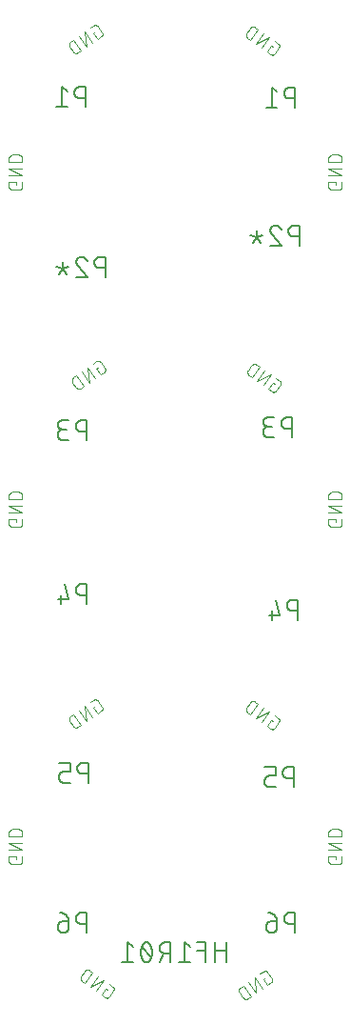
<source format=gbr>
G04 EAGLE Gerber RS-274X export*
G75*
%MOMM*%
%FSLAX34Y34*%
%LPD*%
%INSilkscreen Bottom*%
%IPPOS*%
%AMOC8*
5,1,8,0,0,1.08239X$1,22.5*%
G01*
%ADD10C,0.101600*%
%ADD11C,0.152400*%


D10*
X769306Y362103D02*
X767711Y363220D01*
X763988Y357903D01*
X767178Y355669D01*
X767261Y355614D01*
X767345Y355562D01*
X767432Y355513D01*
X767520Y355467D01*
X767610Y355425D01*
X767702Y355386D01*
X767795Y355351D01*
X767889Y355319D01*
X767984Y355291D01*
X768081Y355267D01*
X768178Y355246D01*
X768276Y355230D01*
X768375Y355216D01*
X768474Y355207D01*
X768573Y355202D01*
X768673Y355200D01*
X768772Y355202D01*
X768871Y355208D01*
X768970Y355218D01*
X769069Y355231D01*
X769167Y355249D01*
X769264Y355270D01*
X769360Y355294D01*
X769456Y355323D01*
X769550Y355355D01*
X769643Y355390D01*
X769734Y355429D01*
X769824Y355472D01*
X769912Y355518D01*
X769998Y355567D01*
X770083Y355620D01*
X770165Y355676D01*
X770245Y355735D01*
X770323Y355797D01*
X770398Y355862D01*
X770471Y355929D01*
X770541Y356000D01*
X770609Y356073D01*
X770673Y356149D01*
X770735Y356227D01*
X770794Y356307D01*
X774517Y361624D01*
X774572Y361707D01*
X774624Y361791D01*
X774673Y361878D01*
X774719Y361966D01*
X774761Y362056D01*
X774800Y362148D01*
X774835Y362241D01*
X774867Y362335D01*
X774895Y362430D01*
X774919Y362527D01*
X774940Y362624D01*
X774956Y362722D01*
X774970Y362821D01*
X774979Y362920D01*
X774984Y363019D01*
X774986Y363119D01*
X774984Y363218D01*
X774978Y363317D01*
X774968Y363416D01*
X774955Y363515D01*
X774937Y363613D01*
X774916Y363710D01*
X774892Y363806D01*
X774863Y363902D01*
X774831Y363996D01*
X774796Y364089D01*
X774757Y364180D01*
X774714Y364270D01*
X774668Y364358D01*
X774619Y364444D01*
X774566Y364529D01*
X774510Y364611D01*
X774451Y364691D01*
X774389Y364769D01*
X774324Y364844D01*
X774257Y364917D01*
X774186Y364987D01*
X774113Y365055D01*
X774037Y365119D01*
X773959Y365181D01*
X773879Y365240D01*
X773880Y365240D02*
X770689Y367474D01*
X766020Y370744D02*
X759318Y361173D01*
X754001Y364896D02*
X766020Y370744D01*
X760702Y374467D02*
X754001Y364896D01*
X749331Y368166D02*
X756032Y377737D01*
X753374Y379598D01*
X753374Y379599D02*
X753280Y379662D01*
X753184Y379722D01*
X753086Y379779D01*
X752986Y379832D01*
X752884Y379882D01*
X752780Y379928D01*
X752675Y379970D01*
X752569Y380009D01*
X752461Y380044D01*
X752352Y380075D01*
X752242Y380103D01*
X752131Y380126D01*
X752020Y380146D01*
X751908Y380162D01*
X751795Y380174D01*
X751682Y380182D01*
X751569Y380186D01*
X751455Y380186D01*
X751342Y380182D01*
X751229Y380174D01*
X751116Y380162D01*
X751004Y380146D01*
X750893Y380126D01*
X750782Y380103D01*
X750672Y380075D01*
X750563Y380044D01*
X750455Y380009D01*
X750349Y379970D01*
X750244Y379928D01*
X750140Y379882D01*
X750038Y379832D01*
X749938Y379779D01*
X749840Y379722D01*
X749744Y379662D01*
X749650Y379599D01*
X749559Y379532D01*
X749469Y379463D01*
X749382Y379390D01*
X749298Y379314D01*
X749217Y379235D01*
X749138Y379154D01*
X749062Y379070D01*
X748989Y378983D01*
X748920Y378894D01*
X748853Y378802D01*
X748854Y378801D02*
X745875Y374548D01*
X745812Y374454D01*
X745752Y374358D01*
X745695Y374260D01*
X745642Y374160D01*
X745592Y374058D01*
X745546Y373954D01*
X745504Y373849D01*
X745465Y373743D01*
X745430Y373635D01*
X745399Y373526D01*
X745371Y373416D01*
X745348Y373305D01*
X745328Y373194D01*
X745312Y373082D01*
X745300Y372969D01*
X745292Y372856D01*
X745288Y372743D01*
X745288Y372629D01*
X745292Y372516D01*
X745300Y372403D01*
X745312Y372290D01*
X745328Y372178D01*
X745348Y372067D01*
X745371Y371956D01*
X745399Y371846D01*
X745430Y371737D01*
X745465Y371629D01*
X745504Y371523D01*
X745546Y371418D01*
X745592Y371314D01*
X745642Y371212D01*
X745695Y371112D01*
X745752Y371014D01*
X745812Y370918D01*
X745875Y370824D01*
X745942Y370732D01*
X746011Y370643D01*
X746084Y370556D01*
X746160Y370472D01*
X746239Y370391D01*
X746320Y370312D01*
X746404Y370236D01*
X746491Y370163D01*
X746581Y370094D01*
X746672Y370027D01*
X749331Y368166D01*
X972539Y478816D02*
X972539Y480764D01*
X966048Y480764D01*
X966048Y476869D01*
X966050Y476770D01*
X966056Y476670D01*
X966065Y476571D01*
X966078Y476473D01*
X966095Y476375D01*
X966116Y476277D01*
X966141Y476181D01*
X966169Y476086D01*
X966201Y475992D01*
X966236Y475899D01*
X966275Y475807D01*
X966318Y475717D01*
X966363Y475629D01*
X966413Y475542D01*
X966465Y475458D01*
X966521Y475375D01*
X966579Y475295D01*
X966641Y475217D01*
X966706Y475142D01*
X966774Y475069D01*
X966844Y474999D01*
X966917Y474931D01*
X966992Y474866D01*
X967070Y474804D01*
X967150Y474746D01*
X967233Y474690D01*
X967317Y474638D01*
X967404Y474588D01*
X967492Y474543D01*
X967582Y474500D01*
X967674Y474461D01*
X967767Y474426D01*
X967861Y474394D01*
X967956Y474366D01*
X968052Y474341D01*
X968150Y474320D01*
X968248Y474303D01*
X968346Y474290D01*
X968445Y474281D01*
X968545Y474275D01*
X968644Y474273D01*
X975136Y474273D01*
X975235Y474275D01*
X975335Y474281D01*
X975434Y474290D01*
X975532Y474303D01*
X975630Y474320D01*
X975728Y474341D01*
X975824Y474366D01*
X975919Y474394D01*
X976013Y474426D01*
X976106Y474461D01*
X976198Y474500D01*
X976288Y474543D01*
X976376Y474588D01*
X976463Y474638D01*
X976547Y474690D01*
X976630Y474746D01*
X976710Y474804D01*
X976788Y474866D01*
X976863Y474931D01*
X976936Y474999D01*
X977006Y475069D01*
X977074Y475142D01*
X977139Y475217D01*
X977201Y475295D01*
X977259Y475375D01*
X977315Y475458D01*
X977367Y475542D01*
X977417Y475629D01*
X977462Y475717D01*
X977505Y475807D01*
X977544Y475899D01*
X977579Y475991D01*
X977611Y476086D01*
X977639Y476181D01*
X977664Y476277D01*
X977685Y476375D01*
X977702Y476473D01*
X977715Y476571D01*
X977724Y476670D01*
X977730Y476770D01*
X977732Y476869D01*
X977732Y480764D01*
X977732Y486464D02*
X966048Y486464D01*
X966048Y492956D02*
X977732Y486464D01*
X977732Y492956D02*
X966048Y492956D01*
X966048Y498656D02*
X977732Y498656D01*
X977732Y501902D01*
X977730Y502015D01*
X977724Y502128D01*
X977714Y502241D01*
X977700Y502354D01*
X977683Y502466D01*
X977661Y502577D01*
X977636Y502687D01*
X977606Y502797D01*
X977573Y502905D01*
X977536Y503012D01*
X977496Y503118D01*
X977451Y503222D01*
X977403Y503325D01*
X977352Y503426D01*
X977297Y503525D01*
X977239Y503622D01*
X977177Y503717D01*
X977112Y503810D01*
X977044Y503900D01*
X976973Y503988D01*
X976898Y504074D01*
X976821Y504157D01*
X976741Y504237D01*
X976658Y504314D01*
X976572Y504389D01*
X976484Y504460D01*
X976394Y504528D01*
X976301Y504593D01*
X976206Y504655D01*
X976109Y504713D01*
X976010Y504768D01*
X975909Y504819D01*
X975806Y504867D01*
X975702Y504912D01*
X975596Y504952D01*
X975489Y504989D01*
X975381Y505022D01*
X975271Y505052D01*
X975161Y505077D01*
X975050Y505099D01*
X974938Y505116D01*
X974825Y505130D01*
X974712Y505140D01*
X974599Y505146D01*
X974486Y505148D01*
X969294Y505148D01*
X969181Y505146D01*
X969068Y505140D01*
X968955Y505130D01*
X968842Y505116D01*
X968730Y505099D01*
X968619Y505077D01*
X968509Y505052D01*
X968399Y505022D01*
X968291Y504989D01*
X968184Y504952D01*
X968078Y504912D01*
X967974Y504867D01*
X967871Y504819D01*
X967770Y504768D01*
X967671Y504713D01*
X967574Y504655D01*
X967479Y504593D01*
X967386Y504528D01*
X967296Y504460D01*
X967208Y504389D01*
X967122Y504314D01*
X967039Y504237D01*
X966959Y504157D01*
X966882Y504074D01*
X966807Y503988D01*
X966736Y503900D01*
X966668Y503810D01*
X966603Y503717D01*
X966541Y503622D01*
X966483Y503525D01*
X966428Y503426D01*
X966377Y503325D01*
X966329Y503222D01*
X966284Y503118D01*
X966244Y503012D01*
X966207Y502905D01*
X966174Y502797D01*
X966144Y502687D01*
X966119Y502577D01*
X966097Y502466D01*
X966080Y502354D01*
X966066Y502241D01*
X966056Y502128D01*
X966050Y502015D01*
X966048Y501902D01*
X966048Y498656D01*
X909531Y373270D02*
X907936Y372153D01*
X911659Y366836D01*
X914850Y369070D01*
X914849Y369070D02*
X914929Y369129D01*
X915007Y369191D01*
X915083Y369255D01*
X915156Y369323D01*
X915227Y369393D01*
X915294Y369466D01*
X915359Y369541D01*
X915421Y369619D01*
X915480Y369699D01*
X915536Y369781D01*
X915589Y369866D01*
X915638Y369952D01*
X915684Y370040D01*
X915727Y370130D01*
X915766Y370221D01*
X915801Y370314D01*
X915833Y370408D01*
X915862Y370504D01*
X915886Y370600D01*
X915907Y370697D01*
X915925Y370795D01*
X915938Y370894D01*
X915948Y370993D01*
X915954Y371092D01*
X915956Y371191D01*
X915954Y371291D01*
X915949Y371390D01*
X915939Y371489D01*
X915926Y371588D01*
X915910Y371686D01*
X915889Y371783D01*
X915865Y371880D01*
X915837Y371975D01*
X915805Y372069D01*
X915770Y372162D01*
X915731Y372254D01*
X915689Y372344D01*
X915643Y372432D01*
X915594Y372519D01*
X915542Y372603D01*
X915487Y372686D01*
X911764Y378003D01*
X911705Y378083D01*
X911643Y378161D01*
X911579Y378237D01*
X911511Y378310D01*
X911441Y378381D01*
X911368Y378448D01*
X911293Y378513D01*
X911215Y378575D01*
X911135Y378634D01*
X911053Y378690D01*
X910968Y378743D01*
X910882Y378792D01*
X910794Y378838D01*
X910704Y378881D01*
X910613Y378920D01*
X910520Y378955D01*
X910426Y378987D01*
X910330Y379016D01*
X910234Y379040D01*
X910137Y379061D01*
X910039Y379079D01*
X909940Y379092D01*
X909841Y379102D01*
X909742Y379108D01*
X909643Y379110D01*
X909543Y379108D01*
X909444Y379103D01*
X909345Y379094D01*
X909246Y379080D01*
X909148Y379064D01*
X909051Y379043D01*
X908954Y379019D01*
X908859Y378991D01*
X908765Y378959D01*
X908672Y378924D01*
X908580Y378885D01*
X908490Y378843D01*
X908402Y378797D01*
X908315Y378748D01*
X908231Y378696D01*
X908148Y378641D01*
X904958Y376407D01*
X900288Y373137D02*
X906989Y363566D01*
X901672Y359843D02*
X900288Y373137D01*
X894971Y369414D02*
X901672Y359843D01*
X897002Y356573D02*
X890301Y366144D01*
X887642Y364282D01*
X887642Y364283D02*
X887551Y364216D01*
X887461Y364147D01*
X887374Y364074D01*
X887290Y363998D01*
X887209Y363919D01*
X887130Y363838D01*
X887054Y363754D01*
X886981Y363667D01*
X886912Y363578D01*
X886845Y363486D01*
X886782Y363392D01*
X886722Y363296D01*
X886665Y363198D01*
X886612Y363098D01*
X886562Y362996D01*
X886516Y362892D01*
X886474Y362787D01*
X886435Y362681D01*
X886400Y362573D01*
X886369Y362464D01*
X886341Y362354D01*
X886318Y362243D01*
X886298Y362132D01*
X886282Y362020D01*
X886270Y361907D01*
X886262Y361794D01*
X886258Y361681D01*
X886258Y361567D01*
X886262Y361454D01*
X886270Y361341D01*
X886282Y361228D01*
X886298Y361116D01*
X886318Y361005D01*
X886341Y360894D01*
X886369Y360784D01*
X886400Y360675D01*
X886435Y360567D01*
X886474Y360461D01*
X886516Y360356D01*
X886562Y360252D01*
X886612Y360150D01*
X886665Y360050D01*
X886722Y359952D01*
X886782Y359856D01*
X886845Y359762D01*
X889824Y355508D01*
X889823Y355508D02*
X889890Y355417D01*
X889959Y355327D01*
X890032Y355240D01*
X890108Y355156D01*
X890187Y355075D01*
X890268Y354996D01*
X890352Y354920D01*
X890439Y354847D01*
X890529Y354778D01*
X890620Y354711D01*
X890714Y354648D01*
X890810Y354588D01*
X890908Y354531D01*
X891008Y354478D01*
X891110Y354428D01*
X891214Y354382D01*
X891319Y354340D01*
X891425Y354301D01*
X891533Y354266D01*
X891642Y354235D01*
X891752Y354207D01*
X891863Y354184D01*
X891974Y354164D01*
X892086Y354148D01*
X892199Y354136D01*
X892312Y354128D01*
X892425Y354124D01*
X892539Y354124D01*
X892652Y354128D01*
X892765Y354136D01*
X892878Y354148D01*
X892990Y354164D01*
X893101Y354184D01*
X893212Y354207D01*
X893322Y354235D01*
X893431Y354266D01*
X893539Y354301D01*
X893645Y354340D01*
X893750Y354382D01*
X893854Y354428D01*
X893956Y354478D01*
X894056Y354531D01*
X894154Y354588D01*
X894250Y354648D01*
X894344Y354711D01*
X897002Y356573D01*
D11*
X936376Y1146650D02*
X936376Y1164430D01*
X931438Y1164430D01*
X931298Y1164428D01*
X931159Y1164422D01*
X931019Y1164412D01*
X930880Y1164398D01*
X930741Y1164381D01*
X930603Y1164359D01*
X930466Y1164333D01*
X930329Y1164304D01*
X930193Y1164271D01*
X930059Y1164234D01*
X929925Y1164193D01*
X929793Y1164148D01*
X929661Y1164099D01*
X929532Y1164047D01*
X929404Y1163992D01*
X929277Y1163932D01*
X929152Y1163869D01*
X929029Y1163803D01*
X928908Y1163733D01*
X928789Y1163660D01*
X928672Y1163583D01*
X928558Y1163503D01*
X928445Y1163420D01*
X928335Y1163334D01*
X928228Y1163244D01*
X928123Y1163152D01*
X928021Y1163057D01*
X927921Y1162959D01*
X927824Y1162858D01*
X927730Y1162754D01*
X927640Y1162648D01*
X927552Y1162539D01*
X927467Y1162428D01*
X927386Y1162314D01*
X927307Y1162199D01*
X927232Y1162081D01*
X927161Y1161961D01*
X927093Y1161838D01*
X927028Y1161715D01*
X926967Y1161589D01*
X926909Y1161461D01*
X926855Y1161333D01*
X926805Y1161202D01*
X926758Y1161070D01*
X926715Y1160937D01*
X926676Y1160803D01*
X926641Y1160668D01*
X926610Y1160532D01*
X926582Y1160394D01*
X926559Y1160257D01*
X926539Y1160118D01*
X926523Y1159979D01*
X926511Y1159840D01*
X926503Y1159701D01*
X926499Y1159561D01*
X926499Y1159421D01*
X926503Y1159281D01*
X926511Y1159142D01*
X926523Y1159003D01*
X926539Y1158864D01*
X926559Y1158725D01*
X926582Y1158588D01*
X926610Y1158450D01*
X926641Y1158314D01*
X926676Y1158179D01*
X926715Y1158045D01*
X926758Y1157912D01*
X926805Y1157780D01*
X926855Y1157649D01*
X926909Y1157521D01*
X926967Y1157393D01*
X927028Y1157267D01*
X927093Y1157144D01*
X927161Y1157022D01*
X927232Y1156901D01*
X927307Y1156783D01*
X927386Y1156668D01*
X927467Y1156554D01*
X927552Y1156443D01*
X927640Y1156334D01*
X927730Y1156228D01*
X927824Y1156124D01*
X927921Y1156023D01*
X928021Y1155925D01*
X928123Y1155830D01*
X928228Y1155738D01*
X928335Y1155648D01*
X928445Y1155562D01*
X928558Y1155479D01*
X928672Y1155399D01*
X928789Y1155322D01*
X928908Y1155249D01*
X929029Y1155179D01*
X929152Y1155113D01*
X929277Y1155050D01*
X929404Y1154990D01*
X929532Y1154935D01*
X929661Y1154883D01*
X929793Y1154834D01*
X929925Y1154789D01*
X930059Y1154748D01*
X930193Y1154711D01*
X930329Y1154678D01*
X930466Y1154649D01*
X930603Y1154623D01*
X930741Y1154601D01*
X930880Y1154584D01*
X931019Y1154570D01*
X931159Y1154560D01*
X931298Y1154554D01*
X931438Y1154552D01*
X936376Y1154552D01*
X920381Y1160479D02*
X915442Y1164430D01*
X915442Y1146650D01*
X910504Y1146650D02*
X920381Y1146650D01*
X874805Y404637D02*
X874805Y386857D01*
X874805Y396735D02*
X864927Y396735D01*
X864927Y404637D02*
X864927Y386857D01*
X856909Y386857D02*
X856909Y404637D01*
X849007Y404637D01*
X849007Y396735D02*
X856909Y396735D01*
X842979Y400686D02*
X838040Y404637D01*
X838040Y386857D01*
X842979Y386857D02*
X833101Y386857D01*
X825585Y386857D02*
X825585Y404637D01*
X820646Y404637D01*
X820506Y404635D01*
X820367Y404629D01*
X820227Y404619D01*
X820088Y404605D01*
X819949Y404588D01*
X819811Y404566D01*
X819674Y404540D01*
X819537Y404511D01*
X819401Y404478D01*
X819267Y404441D01*
X819133Y404400D01*
X819001Y404355D01*
X818869Y404306D01*
X818740Y404254D01*
X818612Y404199D01*
X818485Y404139D01*
X818360Y404076D01*
X818237Y404010D01*
X818116Y403940D01*
X817997Y403867D01*
X817880Y403790D01*
X817766Y403710D01*
X817653Y403627D01*
X817543Y403541D01*
X817436Y403451D01*
X817331Y403359D01*
X817229Y403264D01*
X817129Y403166D01*
X817032Y403065D01*
X816938Y402961D01*
X816848Y402855D01*
X816760Y402746D01*
X816675Y402635D01*
X816594Y402521D01*
X816515Y402406D01*
X816440Y402288D01*
X816369Y402168D01*
X816301Y402045D01*
X816236Y401922D01*
X816175Y401796D01*
X816117Y401668D01*
X816063Y401540D01*
X816013Y401409D01*
X815966Y401277D01*
X815923Y401144D01*
X815884Y401010D01*
X815849Y400875D01*
X815818Y400739D01*
X815790Y400601D01*
X815767Y400464D01*
X815747Y400325D01*
X815731Y400186D01*
X815719Y400047D01*
X815711Y399908D01*
X815707Y399768D01*
X815707Y399628D01*
X815711Y399488D01*
X815719Y399349D01*
X815731Y399210D01*
X815747Y399071D01*
X815767Y398932D01*
X815790Y398795D01*
X815818Y398657D01*
X815849Y398521D01*
X815884Y398386D01*
X815923Y398252D01*
X815966Y398119D01*
X816013Y397987D01*
X816063Y397856D01*
X816117Y397728D01*
X816175Y397600D01*
X816236Y397474D01*
X816301Y397351D01*
X816369Y397229D01*
X816440Y397108D01*
X816515Y396990D01*
X816594Y396875D01*
X816675Y396761D01*
X816760Y396650D01*
X816848Y396541D01*
X816938Y396435D01*
X817032Y396331D01*
X817129Y396230D01*
X817229Y396132D01*
X817331Y396037D01*
X817436Y395945D01*
X817543Y395855D01*
X817653Y395769D01*
X817766Y395686D01*
X817880Y395606D01*
X817997Y395529D01*
X818116Y395456D01*
X818237Y395386D01*
X818360Y395320D01*
X818485Y395257D01*
X818612Y395197D01*
X818740Y395142D01*
X818869Y395090D01*
X819001Y395041D01*
X819133Y394996D01*
X819267Y394955D01*
X819401Y394918D01*
X819537Y394885D01*
X819674Y394856D01*
X819811Y394830D01*
X819949Y394808D01*
X820088Y394791D01*
X820227Y394777D01*
X820367Y394767D01*
X820506Y394761D01*
X820646Y394759D01*
X825585Y394759D01*
X819658Y394759D02*
X815707Y386857D01*
X808920Y395747D02*
X808916Y396097D01*
X808903Y396446D01*
X808882Y396795D01*
X808853Y397144D01*
X808816Y397492D01*
X808770Y397839D01*
X808716Y398184D01*
X808654Y398528D01*
X808583Y398871D01*
X808504Y399212D01*
X808418Y399551D01*
X808323Y399887D01*
X808220Y400222D01*
X808109Y400553D01*
X807991Y400883D01*
X807864Y401209D01*
X807730Y401532D01*
X807588Y401851D01*
X807438Y402168D01*
X807398Y402281D01*
X807354Y402391D01*
X807306Y402501D01*
X807255Y402608D01*
X807200Y402714D01*
X807142Y402819D01*
X807080Y402921D01*
X807015Y403021D01*
X806947Y403119D01*
X806876Y403215D01*
X806801Y403308D01*
X806724Y403399D01*
X806644Y403487D01*
X806561Y403572D01*
X806475Y403655D01*
X806386Y403735D01*
X806295Y403812D01*
X806201Y403886D01*
X806105Y403957D01*
X806007Y404025D01*
X805907Y404089D01*
X805804Y404151D01*
X805700Y404208D01*
X805594Y404263D01*
X805486Y404314D01*
X805376Y404361D01*
X805265Y404405D01*
X805153Y404445D01*
X805039Y404481D01*
X804925Y404514D01*
X804809Y404543D01*
X804692Y404568D01*
X804575Y404589D01*
X804457Y404607D01*
X804338Y404620D01*
X804219Y404630D01*
X804100Y404636D01*
X803981Y404638D01*
X803981Y404637D02*
X803862Y404635D01*
X803743Y404629D01*
X803624Y404619D01*
X803505Y404606D01*
X803387Y404588D01*
X803270Y404567D01*
X803153Y404542D01*
X803037Y404513D01*
X802923Y404480D01*
X802809Y404444D01*
X802697Y404404D01*
X802586Y404360D01*
X802476Y404313D01*
X802368Y404262D01*
X802262Y404207D01*
X802158Y404150D01*
X802055Y404088D01*
X801955Y404024D01*
X801857Y403956D01*
X801761Y403885D01*
X801667Y403811D01*
X801576Y403734D01*
X801487Y403654D01*
X801402Y403571D01*
X801318Y403486D01*
X801238Y403398D01*
X801161Y403307D01*
X801086Y403214D01*
X801015Y403118D01*
X800947Y403020D01*
X800882Y402920D01*
X800820Y402818D01*
X800762Y402713D01*
X800707Y402608D01*
X800656Y402500D01*
X800608Y402390D01*
X800564Y402280D01*
X800524Y402167D01*
X800524Y402168D02*
X800374Y401851D01*
X800232Y401532D01*
X800098Y401209D01*
X799971Y400883D01*
X799853Y400553D01*
X799742Y400222D01*
X799639Y399887D01*
X799544Y399551D01*
X799458Y399212D01*
X799379Y398871D01*
X799308Y398528D01*
X799246Y398184D01*
X799192Y397839D01*
X799146Y397492D01*
X799109Y397144D01*
X799080Y396795D01*
X799059Y396446D01*
X799046Y396097D01*
X799042Y395747D01*
X808919Y395747D02*
X808915Y395397D01*
X808902Y395048D01*
X808881Y394699D01*
X808852Y394350D01*
X808815Y394002D01*
X808769Y393655D01*
X808715Y393310D01*
X808653Y392966D01*
X808582Y392623D01*
X808503Y392282D01*
X808417Y391943D01*
X808322Y391607D01*
X808219Y391272D01*
X808108Y390941D01*
X807990Y390612D01*
X807863Y390285D01*
X807729Y389962D01*
X807587Y389643D01*
X807437Y389327D01*
X807438Y389327D02*
X807398Y389214D01*
X807354Y389104D01*
X807306Y388994D01*
X807255Y388887D01*
X807200Y388781D01*
X807142Y388676D01*
X807080Y388574D01*
X807015Y388474D01*
X806947Y388376D01*
X806876Y388280D01*
X806801Y388187D01*
X806724Y388096D01*
X806644Y388008D01*
X806561Y387923D01*
X806475Y387840D01*
X806386Y387760D01*
X806295Y387683D01*
X806201Y387609D01*
X806105Y387538D01*
X806007Y387470D01*
X805907Y387406D01*
X805804Y387344D01*
X805700Y387287D01*
X805594Y387232D01*
X805486Y387181D01*
X805376Y387134D01*
X805265Y387090D01*
X805153Y387050D01*
X805039Y387014D01*
X804925Y386981D01*
X804809Y386952D01*
X804692Y386927D01*
X804575Y386906D01*
X804457Y386888D01*
X804338Y386875D01*
X804219Y386865D01*
X804100Y386859D01*
X803981Y386857D01*
X800524Y389327D02*
X800374Y389643D01*
X800232Y389962D01*
X800098Y390285D01*
X799971Y390612D01*
X799853Y390941D01*
X799742Y391272D01*
X799639Y391607D01*
X799544Y391943D01*
X799458Y392282D01*
X799379Y392623D01*
X799308Y392966D01*
X799246Y393310D01*
X799192Y393655D01*
X799146Y394002D01*
X799109Y394350D01*
X799080Y394699D01*
X799059Y395048D01*
X799046Y395397D01*
X799042Y395747D01*
X800524Y389327D02*
X800564Y389214D01*
X800608Y389104D01*
X800656Y388994D01*
X800707Y388886D01*
X800762Y388780D01*
X800820Y388676D01*
X800882Y388574D01*
X800947Y388474D01*
X801015Y388376D01*
X801086Y388280D01*
X801161Y388187D01*
X801238Y388096D01*
X801318Y388008D01*
X801402Y387923D01*
X801487Y387840D01*
X801576Y387760D01*
X801667Y387683D01*
X801761Y387609D01*
X801857Y387538D01*
X801955Y387470D01*
X802055Y387406D01*
X802158Y387344D01*
X802262Y387286D01*
X802368Y387232D01*
X802476Y387181D01*
X802586Y387134D01*
X802697Y387090D01*
X802809Y387050D01*
X802923Y387014D01*
X803037Y386981D01*
X803153Y386952D01*
X803270Y386927D01*
X803387Y386906D01*
X803505Y386888D01*
X803624Y386875D01*
X803743Y386865D01*
X803862Y386859D01*
X803981Y386857D01*
X807932Y390808D02*
X800030Y400686D01*
X792169Y400686D02*
X787230Y404637D01*
X787230Y386857D01*
X792169Y386857D02*
X782291Y386857D01*
X767478Y996090D02*
X767478Y1013870D01*
X762539Y1013870D01*
X762399Y1013868D01*
X762260Y1013862D01*
X762120Y1013852D01*
X761981Y1013838D01*
X761842Y1013821D01*
X761704Y1013799D01*
X761567Y1013773D01*
X761430Y1013744D01*
X761294Y1013711D01*
X761160Y1013674D01*
X761026Y1013633D01*
X760894Y1013588D01*
X760762Y1013539D01*
X760633Y1013487D01*
X760505Y1013432D01*
X760378Y1013372D01*
X760253Y1013309D01*
X760130Y1013243D01*
X760009Y1013173D01*
X759890Y1013100D01*
X759773Y1013023D01*
X759659Y1012943D01*
X759546Y1012860D01*
X759436Y1012774D01*
X759329Y1012684D01*
X759224Y1012592D01*
X759122Y1012497D01*
X759022Y1012399D01*
X758925Y1012298D01*
X758831Y1012194D01*
X758741Y1012088D01*
X758653Y1011979D01*
X758568Y1011868D01*
X758487Y1011754D01*
X758408Y1011639D01*
X758333Y1011521D01*
X758262Y1011401D01*
X758194Y1011278D01*
X758129Y1011155D01*
X758068Y1011029D01*
X758010Y1010901D01*
X757956Y1010773D01*
X757906Y1010642D01*
X757859Y1010510D01*
X757816Y1010377D01*
X757777Y1010243D01*
X757742Y1010108D01*
X757711Y1009972D01*
X757683Y1009834D01*
X757660Y1009697D01*
X757640Y1009558D01*
X757624Y1009419D01*
X757612Y1009280D01*
X757604Y1009141D01*
X757600Y1009001D01*
X757600Y1008861D01*
X757604Y1008721D01*
X757612Y1008582D01*
X757624Y1008443D01*
X757640Y1008304D01*
X757660Y1008165D01*
X757683Y1008028D01*
X757711Y1007890D01*
X757742Y1007754D01*
X757777Y1007619D01*
X757816Y1007485D01*
X757859Y1007352D01*
X757906Y1007220D01*
X757956Y1007089D01*
X758010Y1006961D01*
X758068Y1006833D01*
X758129Y1006707D01*
X758194Y1006584D01*
X758262Y1006462D01*
X758333Y1006341D01*
X758408Y1006223D01*
X758487Y1006108D01*
X758568Y1005994D01*
X758653Y1005883D01*
X758741Y1005774D01*
X758831Y1005668D01*
X758925Y1005564D01*
X759022Y1005463D01*
X759122Y1005365D01*
X759224Y1005270D01*
X759329Y1005178D01*
X759436Y1005088D01*
X759546Y1005002D01*
X759659Y1004919D01*
X759773Y1004839D01*
X759890Y1004762D01*
X760009Y1004689D01*
X760130Y1004619D01*
X760253Y1004553D01*
X760378Y1004490D01*
X760505Y1004430D01*
X760633Y1004375D01*
X760762Y1004323D01*
X760894Y1004274D01*
X761026Y1004229D01*
X761160Y1004188D01*
X761294Y1004151D01*
X761430Y1004118D01*
X761567Y1004089D01*
X761704Y1004063D01*
X761842Y1004041D01*
X761981Y1004024D01*
X762120Y1004010D01*
X762260Y1004000D01*
X762399Y1003994D01*
X762539Y1003992D01*
X767478Y1003992D01*
X746050Y1013870D02*
X745918Y1013868D01*
X745787Y1013862D01*
X745655Y1013852D01*
X745524Y1013839D01*
X745394Y1013821D01*
X745264Y1013800D01*
X745134Y1013775D01*
X745006Y1013746D01*
X744878Y1013713D01*
X744752Y1013676D01*
X744626Y1013636D01*
X744502Y1013592D01*
X744379Y1013544D01*
X744258Y1013493D01*
X744138Y1013438D01*
X744020Y1013380D01*
X743904Y1013318D01*
X743790Y1013252D01*
X743677Y1013184D01*
X743567Y1013112D01*
X743459Y1013037D01*
X743353Y1012958D01*
X743249Y1012877D01*
X743148Y1012792D01*
X743050Y1012705D01*
X742954Y1012614D01*
X742861Y1012521D01*
X742770Y1012425D01*
X742683Y1012327D01*
X742598Y1012226D01*
X742517Y1012122D01*
X742438Y1012016D01*
X742363Y1011908D01*
X742291Y1011798D01*
X742223Y1011685D01*
X742157Y1011571D01*
X742095Y1011455D01*
X742037Y1011337D01*
X741982Y1011217D01*
X741931Y1011096D01*
X741883Y1010973D01*
X741839Y1010849D01*
X741799Y1010723D01*
X741762Y1010597D01*
X741729Y1010469D01*
X741700Y1010341D01*
X741675Y1010211D01*
X741654Y1010081D01*
X741636Y1009951D01*
X741623Y1009820D01*
X741613Y1009688D01*
X741607Y1009557D01*
X741605Y1009425D01*
X746050Y1013870D02*
X746200Y1013868D01*
X746349Y1013862D01*
X746498Y1013852D01*
X746647Y1013839D01*
X746796Y1013821D01*
X746944Y1013800D01*
X747092Y1013774D01*
X747238Y1013745D01*
X747384Y1013712D01*
X747529Y1013675D01*
X747673Y1013634D01*
X747816Y1013590D01*
X747958Y1013542D01*
X748098Y1013490D01*
X748237Y1013435D01*
X748375Y1013376D01*
X748510Y1013313D01*
X748645Y1013247D01*
X748777Y1013177D01*
X748907Y1013104D01*
X749036Y1013027D01*
X749163Y1012947D01*
X749287Y1012864D01*
X749409Y1012778D01*
X749529Y1012688D01*
X749646Y1012595D01*
X749761Y1012500D01*
X749874Y1012401D01*
X749984Y1012299D01*
X750091Y1012195D01*
X750195Y1012088D01*
X750297Y1011978D01*
X750395Y1011865D01*
X750491Y1011750D01*
X750583Y1011632D01*
X750673Y1011512D01*
X750759Y1011390D01*
X750842Y1011266D01*
X750922Y1011139D01*
X750998Y1011011D01*
X751071Y1010880D01*
X751141Y1010747D01*
X751207Y1010613D01*
X751269Y1010477D01*
X751328Y1010340D01*
X751384Y1010201D01*
X751435Y1010060D01*
X751483Y1009919D01*
X743087Y1005968D02*
X742991Y1006061D01*
X742899Y1006157D01*
X742809Y1006256D01*
X742722Y1006357D01*
X742638Y1006460D01*
X742556Y1006565D01*
X742478Y1006673D01*
X742403Y1006783D01*
X742330Y1006895D01*
X742261Y1007009D01*
X742195Y1007125D01*
X742133Y1007243D01*
X742074Y1007362D01*
X742018Y1007483D01*
X741965Y1007606D01*
X741916Y1007730D01*
X741871Y1007855D01*
X741828Y1007982D01*
X741790Y1008109D01*
X741755Y1008238D01*
X741724Y1008367D01*
X741696Y1008498D01*
X741672Y1008629D01*
X741651Y1008761D01*
X741635Y1008893D01*
X741622Y1009026D01*
X741612Y1009159D01*
X741607Y1009292D01*
X741605Y1009425D01*
X743087Y1005968D02*
X751483Y996090D01*
X741605Y996090D01*
X729235Y1003004D02*
X729235Y1008931D01*
X729235Y1003004D02*
X725778Y998559D01*
X729235Y1003004D02*
X732692Y998559D01*
X729235Y1003004D02*
X723802Y1004980D01*
X729235Y1003004D02*
X734668Y1004980D01*
X940198Y1024030D02*
X940198Y1041810D01*
X935259Y1041810D01*
X935119Y1041808D01*
X934980Y1041802D01*
X934840Y1041792D01*
X934701Y1041778D01*
X934562Y1041761D01*
X934424Y1041739D01*
X934287Y1041713D01*
X934150Y1041684D01*
X934014Y1041651D01*
X933880Y1041614D01*
X933746Y1041573D01*
X933614Y1041528D01*
X933482Y1041479D01*
X933353Y1041427D01*
X933225Y1041372D01*
X933098Y1041312D01*
X932973Y1041249D01*
X932850Y1041183D01*
X932729Y1041113D01*
X932610Y1041040D01*
X932493Y1040963D01*
X932379Y1040883D01*
X932266Y1040800D01*
X932156Y1040714D01*
X932049Y1040624D01*
X931944Y1040532D01*
X931842Y1040437D01*
X931742Y1040339D01*
X931645Y1040238D01*
X931551Y1040134D01*
X931461Y1040028D01*
X931373Y1039919D01*
X931288Y1039808D01*
X931207Y1039694D01*
X931128Y1039579D01*
X931053Y1039461D01*
X930982Y1039341D01*
X930914Y1039218D01*
X930849Y1039095D01*
X930788Y1038969D01*
X930730Y1038841D01*
X930676Y1038713D01*
X930626Y1038582D01*
X930579Y1038450D01*
X930536Y1038317D01*
X930497Y1038183D01*
X930462Y1038048D01*
X930431Y1037912D01*
X930403Y1037774D01*
X930380Y1037637D01*
X930360Y1037498D01*
X930344Y1037359D01*
X930332Y1037220D01*
X930324Y1037081D01*
X930320Y1036941D01*
X930320Y1036801D01*
X930324Y1036661D01*
X930332Y1036522D01*
X930344Y1036383D01*
X930360Y1036244D01*
X930380Y1036105D01*
X930403Y1035968D01*
X930431Y1035830D01*
X930462Y1035694D01*
X930497Y1035559D01*
X930536Y1035425D01*
X930579Y1035292D01*
X930626Y1035160D01*
X930676Y1035029D01*
X930730Y1034901D01*
X930788Y1034773D01*
X930849Y1034647D01*
X930914Y1034524D01*
X930982Y1034402D01*
X931053Y1034281D01*
X931128Y1034163D01*
X931207Y1034048D01*
X931288Y1033934D01*
X931373Y1033823D01*
X931461Y1033714D01*
X931551Y1033608D01*
X931645Y1033504D01*
X931742Y1033403D01*
X931842Y1033305D01*
X931944Y1033210D01*
X932049Y1033118D01*
X932156Y1033028D01*
X932266Y1032942D01*
X932379Y1032859D01*
X932493Y1032779D01*
X932610Y1032702D01*
X932729Y1032629D01*
X932850Y1032559D01*
X932973Y1032493D01*
X933098Y1032430D01*
X933225Y1032370D01*
X933353Y1032315D01*
X933482Y1032263D01*
X933614Y1032214D01*
X933746Y1032169D01*
X933880Y1032128D01*
X934014Y1032091D01*
X934150Y1032058D01*
X934287Y1032029D01*
X934424Y1032003D01*
X934562Y1031981D01*
X934701Y1031964D01*
X934840Y1031950D01*
X934980Y1031940D01*
X935119Y1031934D01*
X935259Y1031932D01*
X940198Y1031932D01*
X918770Y1041810D02*
X918638Y1041808D01*
X918507Y1041802D01*
X918375Y1041792D01*
X918244Y1041779D01*
X918114Y1041761D01*
X917984Y1041740D01*
X917854Y1041715D01*
X917726Y1041686D01*
X917598Y1041653D01*
X917472Y1041616D01*
X917346Y1041576D01*
X917222Y1041532D01*
X917099Y1041484D01*
X916978Y1041433D01*
X916858Y1041378D01*
X916740Y1041320D01*
X916624Y1041258D01*
X916510Y1041192D01*
X916397Y1041124D01*
X916287Y1041052D01*
X916179Y1040977D01*
X916073Y1040898D01*
X915969Y1040817D01*
X915868Y1040732D01*
X915770Y1040645D01*
X915674Y1040554D01*
X915581Y1040461D01*
X915490Y1040365D01*
X915403Y1040267D01*
X915318Y1040166D01*
X915237Y1040062D01*
X915158Y1039956D01*
X915083Y1039848D01*
X915011Y1039738D01*
X914943Y1039625D01*
X914877Y1039511D01*
X914815Y1039395D01*
X914757Y1039277D01*
X914702Y1039157D01*
X914651Y1039036D01*
X914603Y1038913D01*
X914559Y1038789D01*
X914519Y1038663D01*
X914482Y1038537D01*
X914449Y1038409D01*
X914420Y1038281D01*
X914395Y1038151D01*
X914374Y1038021D01*
X914356Y1037891D01*
X914343Y1037760D01*
X914333Y1037628D01*
X914327Y1037497D01*
X914325Y1037365D01*
X918770Y1041810D02*
X918920Y1041808D01*
X919069Y1041802D01*
X919218Y1041792D01*
X919367Y1041779D01*
X919516Y1041761D01*
X919664Y1041740D01*
X919812Y1041714D01*
X919958Y1041685D01*
X920104Y1041652D01*
X920249Y1041615D01*
X920393Y1041574D01*
X920536Y1041530D01*
X920678Y1041482D01*
X920818Y1041430D01*
X920957Y1041375D01*
X921095Y1041316D01*
X921230Y1041253D01*
X921365Y1041187D01*
X921497Y1041117D01*
X921627Y1041044D01*
X921756Y1040967D01*
X921883Y1040887D01*
X922007Y1040804D01*
X922129Y1040718D01*
X922249Y1040628D01*
X922366Y1040535D01*
X922481Y1040440D01*
X922594Y1040341D01*
X922704Y1040239D01*
X922811Y1040135D01*
X922915Y1040028D01*
X923017Y1039918D01*
X923115Y1039805D01*
X923211Y1039690D01*
X923303Y1039572D01*
X923393Y1039452D01*
X923479Y1039330D01*
X923562Y1039206D01*
X923642Y1039079D01*
X923718Y1038951D01*
X923791Y1038820D01*
X923861Y1038687D01*
X923927Y1038553D01*
X923989Y1038417D01*
X924048Y1038280D01*
X924104Y1038141D01*
X924155Y1038000D01*
X924203Y1037859D01*
X915807Y1033908D02*
X915711Y1034001D01*
X915619Y1034097D01*
X915529Y1034196D01*
X915442Y1034297D01*
X915358Y1034400D01*
X915276Y1034505D01*
X915198Y1034613D01*
X915123Y1034723D01*
X915050Y1034835D01*
X914981Y1034949D01*
X914915Y1035065D01*
X914853Y1035183D01*
X914794Y1035302D01*
X914738Y1035423D01*
X914685Y1035546D01*
X914636Y1035670D01*
X914591Y1035795D01*
X914548Y1035922D01*
X914510Y1036049D01*
X914475Y1036178D01*
X914444Y1036307D01*
X914416Y1036438D01*
X914392Y1036569D01*
X914371Y1036701D01*
X914355Y1036833D01*
X914342Y1036966D01*
X914332Y1037099D01*
X914327Y1037232D01*
X914325Y1037365D01*
X915807Y1033908D02*
X924203Y1024030D01*
X914325Y1024030D01*
X901955Y1030944D02*
X901955Y1036871D01*
X901955Y1030944D02*
X898498Y1026499D01*
X901955Y1030944D02*
X905412Y1026499D01*
X901955Y1030944D02*
X896522Y1032920D01*
X901955Y1030944D02*
X907388Y1032920D01*
X749686Y1147220D02*
X749686Y1165000D01*
X744748Y1165000D01*
X744608Y1164998D01*
X744469Y1164992D01*
X744329Y1164982D01*
X744190Y1164968D01*
X744051Y1164951D01*
X743913Y1164929D01*
X743776Y1164903D01*
X743639Y1164874D01*
X743503Y1164841D01*
X743369Y1164804D01*
X743235Y1164763D01*
X743103Y1164718D01*
X742971Y1164669D01*
X742842Y1164617D01*
X742714Y1164562D01*
X742587Y1164502D01*
X742462Y1164439D01*
X742339Y1164373D01*
X742218Y1164303D01*
X742099Y1164230D01*
X741982Y1164153D01*
X741868Y1164073D01*
X741755Y1163990D01*
X741645Y1163904D01*
X741538Y1163814D01*
X741433Y1163722D01*
X741331Y1163627D01*
X741231Y1163529D01*
X741134Y1163428D01*
X741040Y1163324D01*
X740950Y1163218D01*
X740862Y1163109D01*
X740777Y1162998D01*
X740696Y1162884D01*
X740617Y1162769D01*
X740542Y1162651D01*
X740471Y1162531D01*
X740403Y1162408D01*
X740338Y1162285D01*
X740277Y1162159D01*
X740219Y1162031D01*
X740165Y1161903D01*
X740115Y1161772D01*
X740068Y1161640D01*
X740025Y1161507D01*
X739986Y1161373D01*
X739951Y1161238D01*
X739920Y1161102D01*
X739892Y1160964D01*
X739869Y1160827D01*
X739849Y1160688D01*
X739833Y1160549D01*
X739821Y1160410D01*
X739813Y1160271D01*
X739809Y1160131D01*
X739809Y1159991D01*
X739813Y1159851D01*
X739821Y1159712D01*
X739833Y1159573D01*
X739849Y1159434D01*
X739869Y1159295D01*
X739892Y1159158D01*
X739920Y1159020D01*
X739951Y1158884D01*
X739986Y1158749D01*
X740025Y1158615D01*
X740068Y1158482D01*
X740115Y1158350D01*
X740165Y1158219D01*
X740219Y1158091D01*
X740277Y1157963D01*
X740338Y1157837D01*
X740403Y1157714D01*
X740471Y1157592D01*
X740542Y1157471D01*
X740617Y1157353D01*
X740696Y1157238D01*
X740777Y1157124D01*
X740862Y1157013D01*
X740950Y1156904D01*
X741040Y1156798D01*
X741134Y1156694D01*
X741231Y1156593D01*
X741331Y1156495D01*
X741433Y1156400D01*
X741538Y1156308D01*
X741645Y1156218D01*
X741755Y1156132D01*
X741868Y1156049D01*
X741982Y1155969D01*
X742099Y1155892D01*
X742218Y1155819D01*
X742339Y1155749D01*
X742462Y1155683D01*
X742587Y1155620D01*
X742714Y1155560D01*
X742842Y1155505D01*
X742971Y1155453D01*
X743103Y1155404D01*
X743235Y1155359D01*
X743369Y1155318D01*
X743503Y1155281D01*
X743639Y1155248D01*
X743776Y1155219D01*
X743913Y1155193D01*
X744051Y1155171D01*
X744190Y1155154D01*
X744329Y1155140D01*
X744469Y1155130D01*
X744608Y1155124D01*
X744748Y1155122D01*
X749686Y1155122D01*
X733691Y1161049D02*
X728752Y1165000D01*
X728752Y1147220D01*
X723814Y1147220D02*
X733691Y1147220D01*
D10*
X915031Y601980D02*
X916626Y600863D01*
X915031Y601980D02*
X911308Y596663D01*
X914498Y594429D01*
X914581Y594374D01*
X914665Y594322D01*
X914752Y594273D01*
X914840Y594227D01*
X914930Y594185D01*
X915022Y594146D01*
X915115Y594111D01*
X915209Y594079D01*
X915304Y594051D01*
X915401Y594027D01*
X915498Y594006D01*
X915596Y593990D01*
X915695Y593976D01*
X915794Y593967D01*
X915893Y593962D01*
X915993Y593960D01*
X916092Y593962D01*
X916191Y593968D01*
X916290Y593978D01*
X916389Y593991D01*
X916487Y594009D01*
X916584Y594030D01*
X916680Y594054D01*
X916776Y594083D01*
X916870Y594115D01*
X916963Y594150D01*
X917054Y594189D01*
X917144Y594232D01*
X917232Y594278D01*
X917318Y594327D01*
X917403Y594380D01*
X917485Y594436D01*
X917565Y594495D01*
X917643Y594557D01*
X917718Y594622D01*
X917791Y594689D01*
X917861Y594760D01*
X917929Y594833D01*
X917993Y594909D01*
X918055Y594987D01*
X918114Y595067D01*
X921837Y600384D01*
X921892Y600467D01*
X921944Y600551D01*
X921993Y600638D01*
X922039Y600726D01*
X922081Y600816D01*
X922120Y600908D01*
X922155Y601001D01*
X922187Y601095D01*
X922215Y601190D01*
X922239Y601287D01*
X922260Y601384D01*
X922276Y601482D01*
X922290Y601581D01*
X922299Y601680D01*
X922304Y601779D01*
X922306Y601879D01*
X922304Y601978D01*
X922298Y602077D01*
X922288Y602176D01*
X922275Y602275D01*
X922257Y602373D01*
X922236Y602470D01*
X922212Y602566D01*
X922183Y602662D01*
X922151Y602756D01*
X922116Y602849D01*
X922077Y602940D01*
X922034Y603030D01*
X921988Y603118D01*
X921939Y603204D01*
X921886Y603289D01*
X921830Y603371D01*
X921771Y603451D01*
X921709Y603529D01*
X921644Y603604D01*
X921577Y603677D01*
X921506Y603747D01*
X921433Y603815D01*
X921357Y603879D01*
X921279Y603941D01*
X921199Y604000D01*
X921200Y604000D02*
X918009Y606234D01*
X913340Y609504D02*
X906638Y599933D01*
X901321Y603656D02*
X913340Y609504D01*
X908022Y613227D02*
X901321Y603656D01*
X896651Y606926D02*
X903352Y616497D01*
X900694Y618358D01*
X900694Y618359D02*
X900600Y618422D01*
X900504Y618482D01*
X900406Y618539D01*
X900306Y618592D01*
X900204Y618642D01*
X900100Y618688D01*
X899995Y618730D01*
X899889Y618769D01*
X899781Y618804D01*
X899672Y618835D01*
X899562Y618863D01*
X899451Y618886D01*
X899340Y618906D01*
X899228Y618922D01*
X899115Y618934D01*
X899002Y618942D01*
X898889Y618946D01*
X898775Y618946D01*
X898662Y618942D01*
X898549Y618934D01*
X898436Y618922D01*
X898324Y618906D01*
X898213Y618886D01*
X898102Y618863D01*
X897992Y618835D01*
X897883Y618804D01*
X897775Y618769D01*
X897669Y618730D01*
X897564Y618688D01*
X897460Y618642D01*
X897358Y618592D01*
X897258Y618539D01*
X897160Y618482D01*
X897064Y618422D01*
X896970Y618359D01*
X896879Y618292D01*
X896789Y618223D01*
X896702Y618150D01*
X896618Y618074D01*
X896537Y617995D01*
X896458Y617914D01*
X896382Y617830D01*
X896309Y617743D01*
X896240Y617654D01*
X896173Y617562D01*
X896174Y617561D02*
X893195Y613308D01*
X893132Y613214D01*
X893072Y613118D01*
X893015Y613020D01*
X892962Y612920D01*
X892912Y612818D01*
X892866Y612714D01*
X892824Y612609D01*
X892785Y612503D01*
X892750Y612395D01*
X892719Y612286D01*
X892691Y612176D01*
X892668Y612065D01*
X892648Y611954D01*
X892632Y611842D01*
X892620Y611729D01*
X892612Y611616D01*
X892608Y611503D01*
X892608Y611389D01*
X892612Y611276D01*
X892620Y611163D01*
X892632Y611050D01*
X892648Y610938D01*
X892668Y610827D01*
X892691Y610716D01*
X892719Y610606D01*
X892750Y610497D01*
X892785Y610389D01*
X892824Y610283D01*
X892866Y610178D01*
X892912Y610074D01*
X892962Y609972D01*
X893015Y609872D01*
X893072Y609774D01*
X893132Y609678D01*
X893195Y609584D01*
X893262Y609492D01*
X893331Y609403D01*
X893404Y609316D01*
X893480Y609232D01*
X893559Y609151D01*
X893640Y609072D01*
X893724Y608996D01*
X893811Y608923D01*
X893901Y608854D01*
X893992Y608787D01*
X896651Y606926D01*
X759346Y914443D02*
X760941Y915560D01*
X759346Y914443D02*
X763069Y909126D01*
X766260Y911360D01*
X766259Y911360D02*
X766339Y911419D01*
X766417Y911481D01*
X766493Y911545D01*
X766566Y911613D01*
X766637Y911683D01*
X766704Y911756D01*
X766769Y911831D01*
X766831Y911909D01*
X766890Y911989D01*
X766946Y912071D01*
X766999Y912156D01*
X767048Y912242D01*
X767094Y912330D01*
X767137Y912420D01*
X767176Y912511D01*
X767211Y912604D01*
X767243Y912698D01*
X767272Y912794D01*
X767296Y912890D01*
X767317Y912987D01*
X767335Y913085D01*
X767348Y913184D01*
X767358Y913283D01*
X767364Y913382D01*
X767366Y913481D01*
X767364Y913581D01*
X767359Y913680D01*
X767349Y913779D01*
X767336Y913878D01*
X767320Y913976D01*
X767299Y914073D01*
X767275Y914170D01*
X767247Y914265D01*
X767215Y914359D01*
X767180Y914452D01*
X767141Y914544D01*
X767099Y914634D01*
X767053Y914722D01*
X767004Y914809D01*
X766952Y914893D01*
X766897Y914976D01*
X763174Y920293D01*
X763115Y920373D01*
X763053Y920451D01*
X762989Y920527D01*
X762921Y920600D01*
X762851Y920671D01*
X762778Y920738D01*
X762703Y920803D01*
X762625Y920865D01*
X762545Y920924D01*
X762463Y920980D01*
X762378Y921033D01*
X762292Y921082D01*
X762204Y921128D01*
X762114Y921171D01*
X762023Y921210D01*
X761930Y921245D01*
X761836Y921277D01*
X761740Y921306D01*
X761644Y921330D01*
X761547Y921351D01*
X761449Y921369D01*
X761350Y921382D01*
X761251Y921392D01*
X761152Y921398D01*
X761053Y921400D01*
X760953Y921398D01*
X760854Y921393D01*
X760755Y921384D01*
X760656Y921370D01*
X760558Y921354D01*
X760461Y921333D01*
X760364Y921309D01*
X760269Y921281D01*
X760175Y921249D01*
X760082Y921214D01*
X759990Y921175D01*
X759900Y921133D01*
X759812Y921087D01*
X759725Y921038D01*
X759641Y920986D01*
X759558Y920931D01*
X756368Y918697D01*
X751698Y915427D02*
X758399Y905856D01*
X753082Y902133D02*
X751698Y915427D01*
X746381Y911704D02*
X753082Y902133D01*
X748412Y898863D02*
X741711Y908434D01*
X739052Y906572D01*
X739052Y906573D02*
X738961Y906506D01*
X738871Y906437D01*
X738784Y906364D01*
X738700Y906288D01*
X738619Y906209D01*
X738540Y906128D01*
X738464Y906044D01*
X738391Y905957D01*
X738322Y905868D01*
X738255Y905776D01*
X738192Y905682D01*
X738132Y905586D01*
X738075Y905488D01*
X738022Y905388D01*
X737972Y905286D01*
X737926Y905182D01*
X737884Y905077D01*
X737845Y904971D01*
X737810Y904863D01*
X737779Y904754D01*
X737751Y904644D01*
X737728Y904533D01*
X737708Y904422D01*
X737692Y904310D01*
X737680Y904197D01*
X737672Y904084D01*
X737668Y903971D01*
X737668Y903857D01*
X737672Y903744D01*
X737680Y903631D01*
X737692Y903518D01*
X737708Y903406D01*
X737728Y903295D01*
X737751Y903184D01*
X737779Y903074D01*
X737810Y902965D01*
X737845Y902857D01*
X737884Y902751D01*
X737926Y902646D01*
X737972Y902542D01*
X738022Y902440D01*
X738075Y902340D01*
X738132Y902242D01*
X738192Y902146D01*
X738255Y902052D01*
X741234Y897798D01*
X741233Y897798D02*
X741300Y897707D01*
X741369Y897617D01*
X741442Y897530D01*
X741518Y897446D01*
X741597Y897365D01*
X741678Y897286D01*
X741762Y897210D01*
X741849Y897137D01*
X741939Y897068D01*
X742030Y897001D01*
X742124Y896938D01*
X742220Y896878D01*
X742318Y896821D01*
X742418Y896768D01*
X742520Y896718D01*
X742624Y896672D01*
X742729Y896630D01*
X742835Y896591D01*
X742943Y896556D01*
X743052Y896525D01*
X743162Y896497D01*
X743273Y896474D01*
X743384Y896454D01*
X743496Y896438D01*
X743609Y896426D01*
X743722Y896418D01*
X743835Y896414D01*
X743949Y896414D01*
X744062Y896418D01*
X744175Y896426D01*
X744288Y896438D01*
X744400Y896454D01*
X744511Y896474D01*
X744622Y896497D01*
X744732Y896525D01*
X744841Y896556D01*
X744949Y896591D01*
X745055Y896630D01*
X745160Y896672D01*
X745264Y896718D01*
X745366Y896768D01*
X745466Y896821D01*
X745564Y896878D01*
X745660Y896938D01*
X745754Y897001D01*
X748412Y898863D01*
X758401Y614570D02*
X756806Y613453D01*
X760529Y608136D01*
X763720Y610370D01*
X763719Y610370D02*
X763799Y610429D01*
X763877Y610491D01*
X763953Y610555D01*
X764026Y610623D01*
X764097Y610693D01*
X764164Y610766D01*
X764229Y610841D01*
X764291Y610919D01*
X764350Y610999D01*
X764406Y611081D01*
X764459Y611166D01*
X764508Y611252D01*
X764554Y611340D01*
X764597Y611430D01*
X764636Y611521D01*
X764671Y611614D01*
X764703Y611708D01*
X764732Y611804D01*
X764756Y611900D01*
X764777Y611997D01*
X764795Y612095D01*
X764808Y612194D01*
X764818Y612293D01*
X764824Y612392D01*
X764826Y612491D01*
X764824Y612591D01*
X764819Y612690D01*
X764809Y612789D01*
X764796Y612888D01*
X764780Y612986D01*
X764759Y613083D01*
X764735Y613180D01*
X764707Y613275D01*
X764675Y613369D01*
X764640Y613462D01*
X764601Y613554D01*
X764559Y613644D01*
X764513Y613732D01*
X764464Y613819D01*
X764412Y613903D01*
X764357Y613986D01*
X760634Y619303D01*
X760575Y619383D01*
X760513Y619461D01*
X760449Y619537D01*
X760381Y619610D01*
X760311Y619681D01*
X760238Y619748D01*
X760163Y619813D01*
X760085Y619875D01*
X760005Y619934D01*
X759923Y619990D01*
X759838Y620043D01*
X759752Y620092D01*
X759664Y620138D01*
X759574Y620181D01*
X759483Y620220D01*
X759390Y620255D01*
X759296Y620287D01*
X759200Y620316D01*
X759104Y620340D01*
X759007Y620361D01*
X758909Y620379D01*
X758810Y620392D01*
X758711Y620402D01*
X758612Y620408D01*
X758513Y620410D01*
X758413Y620408D01*
X758314Y620403D01*
X758215Y620394D01*
X758116Y620380D01*
X758018Y620364D01*
X757921Y620343D01*
X757824Y620319D01*
X757729Y620291D01*
X757635Y620259D01*
X757542Y620224D01*
X757450Y620185D01*
X757360Y620143D01*
X757272Y620097D01*
X757185Y620048D01*
X757101Y619996D01*
X757018Y619941D01*
X753828Y617707D01*
X749158Y614437D02*
X755859Y604866D01*
X750542Y601143D02*
X749158Y614437D01*
X743841Y610714D02*
X750542Y601143D01*
X745872Y597873D02*
X739171Y607444D01*
X736512Y605582D01*
X736512Y605583D02*
X736421Y605516D01*
X736331Y605447D01*
X736244Y605374D01*
X736160Y605298D01*
X736079Y605219D01*
X736000Y605138D01*
X735924Y605054D01*
X735851Y604967D01*
X735782Y604878D01*
X735715Y604786D01*
X735652Y604692D01*
X735592Y604596D01*
X735535Y604498D01*
X735482Y604398D01*
X735432Y604296D01*
X735386Y604192D01*
X735344Y604087D01*
X735305Y603981D01*
X735270Y603873D01*
X735239Y603764D01*
X735211Y603654D01*
X735188Y603543D01*
X735168Y603432D01*
X735152Y603320D01*
X735140Y603207D01*
X735132Y603094D01*
X735128Y602981D01*
X735128Y602867D01*
X735132Y602754D01*
X735140Y602641D01*
X735152Y602528D01*
X735168Y602416D01*
X735188Y602305D01*
X735211Y602194D01*
X735239Y602084D01*
X735270Y601975D01*
X735305Y601867D01*
X735344Y601761D01*
X735386Y601656D01*
X735432Y601552D01*
X735482Y601450D01*
X735535Y601350D01*
X735592Y601252D01*
X735652Y601156D01*
X735715Y601062D01*
X738694Y596808D01*
X738693Y596808D02*
X738760Y596717D01*
X738829Y596627D01*
X738902Y596540D01*
X738978Y596456D01*
X739057Y596375D01*
X739138Y596296D01*
X739222Y596220D01*
X739309Y596147D01*
X739399Y596078D01*
X739490Y596011D01*
X739584Y595948D01*
X739680Y595888D01*
X739778Y595831D01*
X739878Y595778D01*
X739980Y595728D01*
X740084Y595682D01*
X740189Y595640D01*
X740295Y595601D01*
X740403Y595566D01*
X740512Y595535D01*
X740622Y595507D01*
X740733Y595484D01*
X740844Y595464D01*
X740956Y595448D01*
X741069Y595436D01*
X741182Y595428D01*
X741295Y595424D01*
X741409Y595424D01*
X741522Y595428D01*
X741635Y595436D01*
X741748Y595448D01*
X741860Y595464D01*
X741971Y595484D01*
X742082Y595507D01*
X742192Y595535D01*
X742301Y595566D01*
X742409Y595601D01*
X742515Y595640D01*
X742620Y595682D01*
X742724Y595728D01*
X742826Y595778D01*
X742926Y595831D01*
X743024Y595888D01*
X743120Y595948D01*
X743214Y596011D01*
X745872Y597873D01*
X688059Y480764D02*
X688059Y478816D01*
X688059Y480764D02*
X681568Y480764D01*
X681568Y476869D01*
X681570Y476770D01*
X681576Y476670D01*
X681585Y476571D01*
X681598Y476473D01*
X681615Y476375D01*
X681636Y476277D01*
X681661Y476181D01*
X681689Y476086D01*
X681721Y475992D01*
X681756Y475899D01*
X681795Y475807D01*
X681838Y475717D01*
X681883Y475629D01*
X681933Y475542D01*
X681985Y475458D01*
X682041Y475375D01*
X682099Y475295D01*
X682161Y475217D01*
X682226Y475142D01*
X682294Y475069D01*
X682364Y474999D01*
X682437Y474931D01*
X682512Y474866D01*
X682590Y474804D01*
X682670Y474746D01*
X682753Y474690D01*
X682837Y474638D01*
X682924Y474588D01*
X683012Y474543D01*
X683102Y474500D01*
X683194Y474461D01*
X683287Y474426D01*
X683381Y474394D01*
X683476Y474366D01*
X683572Y474341D01*
X683670Y474320D01*
X683768Y474303D01*
X683866Y474290D01*
X683965Y474281D01*
X684065Y474275D01*
X684164Y474273D01*
X690656Y474273D01*
X690755Y474275D01*
X690855Y474281D01*
X690954Y474290D01*
X691052Y474303D01*
X691150Y474320D01*
X691248Y474341D01*
X691344Y474366D01*
X691439Y474394D01*
X691533Y474426D01*
X691626Y474461D01*
X691718Y474500D01*
X691808Y474543D01*
X691896Y474588D01*
X691983Y474638D01*
X692067Y474690D01*
X692150Y474746D01*
X692230Y474804D01*
X692308Y474866D01*
X692383Y474931D01*
X692456Y474999D01*
X692526Y475069D01*
X692594Y475142D01*
X692659Y475217D01*
X692721Y475295D01*
X692779Y475375D01*
X692835Y475458D01*
X692887Y475542D01*
X692937Y475629D01*
X692982Y475717D01*
X693025Y475807D01*
X693064Y475899D01*
X693099Y475991D01*
X693131Y476086D01*
X693159Y476181D01*
X693184Y476277D01*
X693205Y476375D01*
X693222Y476473D01*
X693235Y476571D01*
X693244Y476670D01*
X693250Y476770D01*
X693252Y476869D01*
X693252Y480764D01*
X693252Y486464D02*
X681568Y486464D01*
X681568Y492956D02*
X693252Y486464D01*
X693252Y492956D02*
X681568Y492956D01*
X681568Y498656D02*
X693252Y498656D01*
X693252Y501902D01*
X693250Y502015D01*
X693244Y502128D01*
X693234Y502241D01*
X693220Y502354D01*
X693203Y502466D01*
X693181Y502577D01*
X693156Y502687D01*
X693126Y502797D01*
X693093Y502905D01*
X693056Y503012D01*
X693016Y503118D01*
X692971Y503222D01*
X692923Y503325D01*
X692872Y503426D01*
X692817Y503525D01*
X692759Y503622D01*
X692697Y503717D01*
X692632Y503810D01*
X692564Y503900D01*
X692493Y503988D01*
X692418Y504074D01*
X692341Y504157D01*
X692261Y504237D01*
X692178Y504314D01*
X692092Y504389D01*
X692004Y504460D01*
X691914Y504528D01*
X691821Y504593D01*
X691726Y504655D01*
X691629Y504713D01*
X691530Y504768D01*
X691429Y504819D01*
X691326Y504867D01*
X691222Y504912D01*
X691116Y504952D01*
X691009Y504989D01*
X690901Y505022D01*
X690791Y505052D01*
X690681Y505077D01*
X690570Y505099D01*
X690458Y505116D01*
X690345Y505130D01*
X690232Y505140D01*
X690119Y505146D01*
X690006Y505148D01*
X684814Y505148D01*
X684701Y505146D01*
X684588Y505140D01*
X684475Y505130D01*
X684362Y505116D01*
X684250Y505099D01*
X684139Y505077D01*
X684029Y505052D01*
X683919Y505022D01*
X683811Y504989D01*
X683704Y504952D01*
X683598Y504912D01*
X683494Y504867D01*
X683391Y504819D01*
X683290Y504768D01*
X683191Y504713D01*
X683094Y504655D01*
X682999Y504593D01*
X682906Y504528D01*
X682816Y504460D01*
X682728Y504389D01*
X682642Y504314D01*
X682559Y504237D01*
X682479Y504157D01*
X682402Y504074D01*
X682327Y503988D01*
X682256Y503900D01*
X682188Y503810D01*
X682123Y503717D01*
X682061Y503622D01*
X682003Y503525D01*
X681948Y503426D01*
X681897Y503325D01*
X681849Y503222D01*
X681804Y503118D01*
X681764Y503012D01*
X681727Y502905D01*
X681694Y502797D01*
X681664Y502687D01*
X681639Y502577D01*
X681617Y502466D01*
X681600Y502354D01*
X681586Y502241D01*
X681576Y502128D01*
X681570Y502015D01*
X681568Y501902D01*
X681568Y498656D01*
X688059Y1078256D02*
X688059Y1080204D01*
X681568Y1080204D01*
X681568Y1076309D01*
X681570Y1076210D01*
X681576Y1076110D01*
X681585Y1076011D01*
X681598Y1075913D01*
X681615Y1075815D01*
X681636Y1075717D01*
X681661Y1075621D01*
X681689Y1075526D01*
X681721Y1075432D01*
X681756Y1075339D01*
X681795Y1075247D01*
X681838Y1075157D01*
X681883Y1075069D01*
X681933Y1074982D01*
X681985Y1074898D01*
X682041Y1074815D01*
X682099Y1074735D01*
X682161Y1074657D01*
X682226Y1074582D01*
X682294Y1074509D01*
X682364Y1074439D01*
X682437Y1074371D01*
X682512Y1074306D01*
X682590Y1074244D01*
X682670Y1074186D01*
X682753Y1074130D01*
X682837Y1074078D01*
X682924Y1074028D01*
X683012Y1073983D01*
X683102Y1073940D01*
X683194Y1073901D01*
X683287Y1073866D01*
X683381Y1073834D01*
X683476Y1073806D01*
X683572Y1073781D01*
X683670Y1073760D01*
X683768Y1073743D01*
X683866Y1073730D01*
X683965Y1073721D01*
X684065Y1073715D01*
X684164Y1073713D01*
X690656Y1073713D01*
X690755Y1073715D01*
X690855Y1073721D01*
X690954Y1073730D01*
X691052Y1073743D01*
X691150Y1073760D01*
X691248Y1073781D01*
X691344Y1073806D01*
X691439Y1073834D01*
X691533Y1073866D01*
X691626Y1073901D01*
X691718Y1073940D01*
X691808Y1073983D01*
X691896Y1074028D01*
X691983Y1074078D01*
X692067Y1074130D01*
X692150Y1074186D01*
X692230Y1074244D01*
X692308Y1074306D01*
X692383Y1074371D01*
X692456Y1074439D01*
X692526Y1074509D01*
X692594Y1074582D01*
X692659Y1074657D01*
X692721Y1074735D01*
X692779Y1074815D01*
X692835Y1074898D01*
X692887Y1074982D01*
X692937Y1075069D01*
X692982Y1075157D01*
X693025Y1075247D01*
X693064Y1075339D01*
X693099Y1075431D01*
X693131Y1075526D01*
X693159Y1075621D01*
X693184Y1075717D01*
X693205Y1075815D01*
X693222Y1075913D01*
X693235Y1076011D01*
X693244Y1076110D01*
X693250Y1076210D01*
X693252Y1076309D01*
X693252Y1080204D01*
X693252Y1085904D02*
X681568Y1085904D01*
X681568Y1092396D02*
X693252Y1085904D01*
X693252Y1092396D02*
X681568Y1092396D01*
X681568Y1098096D02*
X693252Y1098096D01*
X693252Y1101342D01*
X693250Y1101455D01*
X693244Y1101568D01*
X693234Y1101681D01*
X693220Y1101794D01*
X693203Y1101906D01*
X693181Y1102017D01*
X693156Y1102127D01*
X693126Y1102237D01*
X693093Y1102345D01*
X693056Y1102452D01*
X693016Y1102558D01*
X692971Y1102662D01*
X692923Y1102765D01*
X692872Y1102866D01*
X692817Y1102965D01*
X692759Y1103062D01*
X692697Y1103157D01*
X692632Y1103250D01*
X692564Y1103340D01*
X692493Y1103428D01*
X692418Y1103514D01*
X692341Y1103597D01*
X692261Y1103677D01*
X692178Y1103754D01*
X692092Y1103829D01*
X692004Y1103900D01*
X691914Y1103968D01*
X691821Y1104033D01*
X691726Y1104095D01*
X691629Y1104153D01*
X691530Y1104208D01*
X691429Y1104259D01*
X691326Y1104307D01*
X691222Y1104352D01*
X691116Y1104392D01*
X691009Y1104429D01*
X690901Y1104462D01*
X690791Y1104492D01*
X690681Y1104517D01*
X690570Y1104539D01*
X690458Y1104556D01*
X690345Y1104570D01*
X690232Y1104580D01*
X690119Y1104586D01*
X690006Y1104588D01*
X684814Y1104588D01*
X684701Y1104586D01*
X684588Y1104580D01*
X684475Y1104570D01*
X684362Y1104556D01*
X684250Y1104539D01*
X684139Y1104517D01*
X684029Y1104492D01*
X683919Y1104462D01*
X683811Y1104429D01*
X683704Y1104392D01*
X683598Y1104352D01*
X683494Y1104307D01*
X683391Y1104259D01*
X683290Y1104208D01*
X683191Y1104153D01*
X683094Y1104095D01*
X682999Y1104033D01*
X682906Y1103968D01*
X682816Y1103900D01*
X682728Y1103829D01*
X682642Y1103754D01*
X682559Y1103677D01*
X682479Y1103597D01*
X682402Y1103514D01*
X682327Y1103428D01*
X682256Y1103340D01*
X682188Y1103250D01*
X682123Y1103157D01*
X682061Y1103062D01*
X682003Y1102965D01*
X681948Y1102866D01*
X681897Y1102765D01*
X681849Y1102662D01*
X681804Y1102558D01*
X681764Y1102452D01*
X681727Y1102345D01*
X681694Y1102237D01*
X681664Y1102127D01*
X681639Y1102017D01*
X681617Y1101906D01*
X681600Y1101794D01*
X681586Y1101681D01*
X681576Y1101568D01*
X681570Y1101455D01*
X681568Y1101342D01*
X681568Y1098096D01*
X972539Y1080204D02*
X972539Y1078256D01*
X972539Y1080204D02*
X966048Y1080204D01*
X966048Y1076309D01*
X966050Y1076210D01*
X966056Y1076110D01*
X966065Y1076011D01*
X966078Y1075913D01*
X966095Y1075815D01*
X966116Y1075717D01*
X966141Y1075621D01*
X966169Y1075526D01*
X966201Y1075432D01*
X966236Y1075339D01*
X966275Y1075247D01*
X966318Y1075157D01*
X966363Y1075069D01*
X966413Y1074982D01*
X966465Y1074898D01*
X966521Y1074815D01*
X966579Y1074735D01*
X966641Y1074657D01*
X966706Y1074582D01*
X966774Y1074509D01*
X966844Y1074439D01*
X966917Y1074371D01*
X966992Y1074306D01*
X967070Y1074244D01*
X967150Y1074186D01*
X967233Y1074130D01*
X967317Y1074078D01*
X967404Y1074028D01*
X967492Y1073983D01*
X967582Y1073940D01*
X967674Y1073901D01*
X967767Y1073866D01*
X967861Y1073834D01*
X967956Y1073806D01*
X968052Y1073781D01*
X968150Y1073760D01*
X968248Y1073743D01*
X968346Y1073730D01*
X968445Y1073721D01*
X968545Y1073715D01*
X968644Y1073713D01*
X975136Y1073713D01*
X975235Y1073715D01*
X975335Y1073721D01*
X975434Y1073730D01*
X975532Y1073743D01*
X975630Y1073760D01*
X975728Y1073781D01*
X975824Y1073806D01*
X975919Y1073834D01*
X976013Y1073866D01*
X976106Y1073901D01*
X976198Y1073940D01*
X976288Y1073983D01*
X976376Y1074028D01*
X976463Y1074078D01*
X976547Y1074130D01*
X976630Y1074186D01*
X976710Y1074244D01*
X976788Y1074306D01*
X976863Y1074371D01*
X976936Y1074439D01*
X977006Y1074509D01*
X977074Y1074582D01*
X977139Y1074657D01*
X977201Y1074735D01*
X977259Y1074815D01*
X977315Y1074898D01*
X977367Y1074982D01*
X977417Y1075069D01*
X977462Y1075157D01*
X977505Y1075247D01*
X977544Y1075339D01*
X977579Y1075431D01*
X977611Y1075526D01*
X977639Y1075621D01*
X977664Y1075717D01*
X977685Y1075815D01*
X977702Y1075913D01*
X977715Y1076011D01*
X977724Y1076110D01*
X977730Y1076210D01*
X977732Y1076309D01*
X977732Y1080204D01*
X977732Y1085904D02*
X966048Y1085904D01*
X966048Y1092396D02*
X977732Y1085904D01*
X977732Y1092396D02*
X966048Y1092396D01*
X966048Y1098096D02*
X977732Y1098096D01*
X977732Y1101342D01*
X977730Y1101455D01*
X977724Y1101568D01*
X977714Y1101681D01*
X977700Y1101794D01*
X977683Y1101906D01*
X977661Y1102017D01*
X977636Y1102127D01*
X977606Y1102237D01*
X977573Y1102345D01*
X977536Y1102452D01*
X977496Y1102558D01*
X977451Y1102662D01*
X977403Y1102765D01*
X977352Y1102866D01*
X977297Y1102965D01*
X977239Y1103062D01*
X977177Y1103157D01*
X977112Y1103250D01*
X977044Y1103340D01*
X976973Y1103428D01*
X976898Y1103514D01*
X976821Y1103597D01*
X976741Y1103677D01*
X976658Y1103754D01*
X976572Y1103829D01*
X976484Y1103900D01*
X976394Y1103968D01*
X976301Y1104033D01*
X976206Y1104095D01*
X976109Y1104153D01*
X976010Y1104208D01*
X975909Y1104259D01*
X975806Y1104307D01*
X975702Y1104352D01*
X975596Y1104392D01*
X975489Y1104429D01*
X975381Y1104462D01*
X975271Y1104492D01*
X975161Y1104517D01*
X975050Y1104539D01*
X974938Y1104556D01*
X974825Y1104570D01*
X974712Y1104580D01*
X974599Y1104586D01*
X974486Y1104588D01*
X969294Y1104588D01*
X969181Y1104586D01*
X969068Y1104580D01*
X968955Y1104570D01*
X968842Y1104556D01*
X968730Y1104539D01*
X968619Y1104517D01*
X968509Y1104492D01*
X968399Y1104462D01*
X968291Y1104429D01*
X968184Y1104392D01*
X968078Y1104352D01*
X967974Y1104307D01*
X967871Y1104259D01*
X967770Y1104208D01*
X967671Y1104153D01*
X967574Y1104095D01*
X967479Y1104033D01*
X967386Y1103968D01*
X967296Y1103900D01*
X967208Y1103829D01*
X967122Y1103754D01*
X967039Y1103677D01*
X966959Y1103597D01*
X966882Y1103514D01*
X966807Y1103428D01*
X966736Y1103340D01*
X966668Y1103250D01*
X966603Y1103157D01*
X966541Y1103062D01*
X966483Y1102965D01*
X966428Y1102866D01*
X966377Y1102765D01*
X966329Y1102662D01*
X966284Y1102558D01*
X966244Y1102452D01*
X966207Y1102345D01*
X966174Y1102237D01*
X966144Y1102127D01*
X966119Y1102017D01*
X966097Y1101906D01*
X966080Y1101794D01*
X966066Y1101681D01*
X966056Y1101568D01*
X966050Y1101455D01*
X966048Y1101342D01*
X966048Y1098096D01*
X688059Y780484D02*
X688059Y778536D01*
X688059Y780484D02*
X681568Y780484D01*
X681568Y776589D01*
X681570Y776490D01*
X681576Y776390D01*
X681585Y776291D01*
X681598Y776193D01*
X681615Y776095D01*
X681636Y775997D01*
X681661Y775901D01*
X681689Y775806D01*
X681721Y775712D01*
X681756Y775619D01*
X681795Y775527D01*
X681838Y775437D01*
X681883Y775349D01*
X681933Y775262D01*
X681985Y775178D01*
X682041Y775095D01*
X682099Y775015D01*
X682161Y774937D01*
X682226Y774862D01*
X682294Y774789D01*
X682364Y774719D01*
X682437Y774651D01*
X682512Y774586D01*
X682590Y774524D01*
X682670Y774466D01*
X682753Y774410D01*
X682837Y774358D01*
X682924Y774308D01*
X683012Y774263D01*
X683102Y774220D01*
X683194Y774181D01*
X683287Y774146D01*
X683381Y774114D01*
X683476Y774086D01*
X683572Y774061D01*
X683670Y774040D01*
X683768Y774023D01*
X683866Y774010D01*
X683965Y774001D01*
X684065Y773995D01*
X684164Y773993D01*
X690656Y773993D01*
X690755Y773995D01*
X690855Y774001D01*
X690954Y774010D01*
X691052Y774023D01*
X691150Y774040D01*
X691248Y774061D01*
X691344Y774086D01*
X691439Y774114D01*
X691533Y774146D01*
X691626Y774181D01*
X691718Y774220D01*
X691808Y774263D01*
X691896Y774308D01*
X691983Y774358D01*
X692067Y774410D01*
X692150Y774466D01*
X692230Y774524D01*
X692308Y774586D01*
X692383Y774651D01*
X692456Y774719D01*
X692526Y774789D01*
X692594Y774862D01*
X692659Y774937D01*
X692721Y775015D01*
X692779Y775095D01*
X692835Y775178D01*
X692887Y775262D01*
X692937Y775349D01*
X692982Y775437D01*
X693025Y775527D01*
X693064Y775619D01*
X693099Y775711D01*
X693131Y775806D01*
X693159Y775901D01*
X693184Y775997D01*
X693205Y776095D01*
X693222Y776193D01*
X693235Y776291D01*
X693244Y776390D01*
X693250Y776490D01*
X693252Y776589D01*
X693252Y780484D01*
X693252Y786184D02*
X681568Y786184D01*
X681568Y792676D02*
X693252Y786184D01*
X693252Y792676D02*
X681568Y792676D01*
X681568Y798376D02*
X693252Y798376D01*
X693252Y801622D01*
X693250Y801735D01*
X693244Y801848D01*
X693234Y801961D01*
X693220Y802074D01*
X693203Y802186D01*
X693181Y802297D01*
X693156Y802407D01*
X693126Y802517D01*
X693093Y802625D01*
X693056Y802732D01*
X693016Y802838D01*
X692971Y802942D01*
X692923Y803045D01*
X692872Y803146D01*
X692817Y803245D01*
X692759Y803342D01*
X692697Y803437D01*
X692632Y803530D01*
X692564Y803620D01*
X692493Y803708D01*
X692418Y803794D01*
X692341Y803877D01*
X692261Y803957D01*
X692178Y804034D01*
X692092Y804109D01*
X692004Y804180D01*
X691914Y804248D01*
X691821Y804313D01*
X691726Y804375D01*
X691629Y804433D01*
X691530Y804488D01*
X691429Y804539D01*
X691326Y804587D01*
X691222Y804632D01*
X691116Y804672D01*
X691009Y804709D01*
X690901Y804742D01*
X690791Y804772D01*
X690681Y804797D01*
X690570Y804819D01*
X690458Y804836D01*
X690345Y804850D01*
X690232Y804860D01*
X690119Y804866D01*
X690006Y804868D01*
X684814Y804868D01*
X684701Y804866D01*
X684588Y804860D01*
X684475Y804850D01*
X684362Y804836D01*
X684250Y804819D01*
X684139Y804797D01*
X684029Y804772D01*
X683919Y804742D01*
X683811Y804709D01*
X683704Y804672D01*
X683598Y804632D01*
X683494Y804587D01*
X683391Y804539D01*
X683290Y804488D01*
X683191Y804433D01*
X683094Y804375D01*
X682999Y804313D01*
X682906Y804248D01*
X682816Y804180D01*
X682728Y804109D01*
X682642Y804034D01*
X682559Y803957D01*
X682479Y803877D01*
X682402Y803794D01*
X682327Y803708D01*
X682256Y803620D01*
X682188Y803530D01*
X682123Y803437D01*
X682061Y803342D01*
X682003Y803245D01*
X681948Y803146D01*
X681897Y803045D01*
X681849Y802942D01*
X681804Y802838D01*
X681764Y802732D01*
X681727Y802625D01*
X681694Y802517D01*
X681664Y802407D01*
X681639Y802297D01*
X681617Y802186D01*
X681600Y802074D01*
X681586Y801961D01*
X681576Y801848D01*
X681570Y801735D01*
X681568Y801622D01*
X681568Y798376D01*
X972539Y780484D02*
X972539Y778536D01*
X972539Y780484D02*
X966048Y780484D01*
X966048Y776589D01*
X966050Y776490D01*
X966056Y776390D01*
X966065Y776291D01*
X966078Y776193D01*
X966095Y776095D01*
X966116Y775997D01*
X966141Y775901D01*
X966169Y775806D01*
X966201Y775712D01*
X966236Y775619D01*
X966275Y775527D01*
X966318Y775437D01*
X966363Y775349D01*
X966413Y775262D01*
X966465Y775178D01*
X966521Y775095D01*
X966579Y775015D01*
X966641Y774937D01*
X966706Y774862D01*
X966774Y774789D01*
X966844Y774719D01*
X966917Y774651D01*
X966992Y774586D01*
X967070Y774524D01*
X967150Y774466D01*
X967233Y774410D01*
X967317Y774358D01*
X967404Y774308D01*
X967492Y774263D01*
X967582Y774220D01*
X967674Y774181D01*
X967767Y774146D01*
X967861Y774114D01*
X967956Y774086D01*
X968052Y774061D01*
X968150Y774040D01*
X968248Y774023D01*
X968346Y774010D01*
X968445Y774001D01*
X968545Y773995D01*
X968644Y773993D01*
X975136Y773993D01*
X975235Y773995D01*
X975335Y774001D01*
X975434Y774010D01*
X975532Y774023D01*
X975630Y774040D01*
X975728Y774061D01*
X975824Y774086D01*
X975919Y774114D01*
X976013Y774146D01*
X976106Y774181D01*
X976198Y774220D01*
X976288Y774263D01*
X976376Y774308D01*
X976463Y774358D01*
X976547Y774410D01*
X976630Y774466D01*
X976710Y774524D01*
X976788Y774586D01*
X976863Y774651D01*
X976936Y774719D01*
X977006Y774789D01*
X977074Y774862D01*
X977139Y774937D01*
X977201Y775015D01*
X977259Y775095D01*
X977315Y775178D01*
X977367Y775262D01*
X977417Y775349D01*
X977462Y775437D01*
X977505Y775527D01*
X977544Y775619D01*
X977579Y775711D01*
X977611Y775806D01*
X977639Y775901D01*
X977664Y775997D01*
X977685Y776095D01*
X977702Y776193D01*
X977715Y776291D01*
X977724Y776390D01*
X977730Y776490D01*
X977732Y776589D01*
X977732Y780484D01*
X977732Y786184D02*
X966048Y786184D01*
X966048Y792676D02*
X977732Y786184D01*
X977732Y792676D02*
X966048Y792676D01*
X966048Y798376D02*
X977732Y798376D01*
X977732Y801622D01*
X977730Y801735D01*
X977724Y801848D01*
X977714Y801961D01*
X977700Y802074D01*
X977683Y802186D01*
X977661Y802297D01*
X977636Y802407D01*
X977606Y802517D01*
X977573Y802625D01*
X977536Y802732D01*
X977496Y802838D01*
X977451Y802942D01*
X977403Y803045D01*
X977352Y803146D01*
X977297Y803245D01*
X977239Y803342D01*
X977177Y803437D01*
X977112Y803530D01*
X977044Y803620D01*
X976973Y803708D01*
X976898Y803794D01*
X976821Y803877D01*
X976741Y803957D01*
X976658Y804034D01*
X976572Y804109D01*
X976484Y804180D01*
X976394Y804248D01*
X976301Y804313D01*
X976206Y804375D01*
X976109Y804433D01*
X976010Y804488D01*
X975909Y804539D01*
X975806Y804587D01*
X975702Y804632D01*
X975596Y804672D01*
X975489Y804709D01*
X975381Y804742D01*
X975271Y804772D01*
X975161Y804797D01*
X975050Y804819D01*
X974938Y804836D01*
X974825Y804850D01*
X974712Y804860D01*
X974599Y804866D01*
X974486Y804868D01*
X969294Y804868D01*
X969181Y804866D01*
X969068Y804860D01*
X968955Y804850D01*
X968842Y804836D01*
X968730Y804819D01*
X968619Y804797D01*
X968509Y804772D01*
X968399Y804742D01*
X968291Y804709D01*
X968184Y804672D01*
X968078Y804632D01*
X967974Y804587D01*
X967871Y804539D01*
X967770Y804488D01*
X967671Y804433D01*
X967574Y804375D01*
X967479Y804313D01*
X967386Y804248D01*
X967296Y804180D01*
X967208Y804109D01*
X967122Y804034D01*
X967039Y803957D01*
X966959Y803877D01*
X966882Y803794D01*
X966807Y803708D01*
X966736Y803620D01*
X966668Y803530D01*
X966603Y803437D01*
X966541Y803342D01*
X966483Y803245D01*
X966428Y803146D01*
X966377Y803045D01*
X966329Y802942D01*
X966284Y802838D01*
X966244Y802732D01*
X966207Y802625D01*
X966174Y802517D01*
X966144Y802407D01*
X966119Y802297D01*
X966097Y802186D01*
X966080Y802074D01*
X966066Y801961D01*
X966056Y801848D01*
X966050Y801735D01*
X966048Y801622D01*
X966048Y798376D01*
X756806Y1212893D02*
X758401Y1214010D01*
X756806Y1212893D02*
X760529Y1207576D01*
X763720Y1209810D01*
X763719Y1209810D02*
X763799Y1209869D01*
X763877Y1209931D01*
X763953Y1209995D01*
X764026Y1210063D01*
X764097Y1210133D01*
X764164Y1210206D01*
X764229Y1210281D01*
X764291Y1210359D01*
X764350Y1210439D01*
X764406Y1210521D01*
X764459Y1210606D01*
X764508Y1210692D01*
X764554Y1210780D01*
X764597Y1210870D01*
X764636Y1210961D01*
X764671Y1211054D01*
X764703Y1211148D01*
X764732Y1211244D01*
X764756Y1211340D01*
X764777Y1211437D01*
X764795Y1211535D01*
X764808Y1211634D01*
X764818Y1211733D01*
X764824Y1211832D01*
X764826Y1211931D01*
X764824Y1212031D01*
X764819Y1212130D01*
X764809Y1212229D01*
X764796Y1212328D01*
X764780Y1212426D01*
X764759Y1212523D01*
X764735Y1212620D01*
X764707Y1212715D01*
X764675Y1212809D01*
X764640Y1212902D01*
X764601Y1212994D01*
X764559Y1213084D01*
X764513Y1213172D01*
X764464Y1213259D01*
X764412Y1213343D01*
X764357Y1213426D01*
X760634Y1218743D01*
X760575Y1218823D01*
X760513Y1218901D01*
X760449Y1218977D01*
X760381Y1219050D01*
X760311Y1219121D01*
X760238Y1219188D01*
X760163Y1219253D01*
X760085Y1219315D01*
X760005Y1219374D01*
X759923Y1219430D01*
X759838Y1219483D01*
X759752Y1219532D01*
X759664Y1219578D01*
X759574Y1219621D01*
X759483Y1219660D01*
X759390Y1219695D01*
X759296Y1219727D01*
X759200Y1219756D01*
X759104Y1219780D01*
X759007Y1219801D01*
X758909Y1219819D01*
X758810Y1219832D01*
X758711Y1219842D01*
X758612Y1219848D01*
X758513Y1219850D01*
X758413Y1219848D01*
X758314Y1219843D01*
X758215Y1219834D01*
X758116Y1219820D01*
X758018Y1219804D01*
X757921Y1219783D01*
X757824Y1219759D01*
X757729Y1219731D01*
X757635Y1219699D01*
X757542Y1219664D01*
X757450Y1219625D01*
X757360Y1219583D01*
X757272Y1219537D01*
X757185Y1219488D01*
X757101Y1219436D01*
X757018Y1219381D01*
X753828Y1217147D01*
X749158Y1213877D02*
X755859Y1204306D01*
X750542Y1200583D02*
X749158Y1213877D01*
X743841Y1210154D02*
X750542Y1200583D01*
X745872Y1197313D02*
X739171Y1206884D01*
X736512Y1205022D01*
X736512Y1205023D02*
X736421Y1204956D01*
X736331Y1204887D01*
X736244Y1204814D01*
X736160Y1204738D01*
X736079Y1204659D01*
X736000Y1204578D01*
X735924Y1204494D01*
X735851Y1204407D01*
X735782Y1204318D01*
X735715Y1204226D01*
X735652Y1204132D01*
X735592Y1204036D01*
X735535Y1203938D01*
X735482Y1203838D01*
X735432Y1203736D01*
X735386Y1203632D01*
X735344Y1203527D01*
X735305Y1203421D01*
X735270Y1203313D01*
X735239Y1203204D01*
X735211Y1203094D01*
X735188Y1202983D01*
X735168Y1202872D01*
X735152Y1202760D01*
X735140Y1202647D01*
X735132Y1202534D01*
X735128Y1202421D01*
X735128Y1202307D01*
X735132Y1202194D01*
X735140Y1202081D01*
X735152Y1201968D01*
X735168Y1201856D01*
X735188Y1201745D01*
X735211Y1201634D01*
X735239Y1201524D01*
X735270Y1201415D01*
X735305Y1201307D01*
X735344Y1201201D01*
X735386Y1201096D01*
X735432Y1200992D01*
X735482Y1200890D01*
X735535Y1200790D01*
X735592Y1200692D01*
X735652Y1200596D01*
X735715Y1200502D01*
X738694Y1196248D01*
X738693Y1196248D02*
X738760Y1196157D01*
X738829Y1196067D01*
X738902Y1195980D01*
X738978Y1195896D01*
X739057Y1195815D01*
X739138Y1195736D01*
X739222Y1195660D01*
X739309Y1195587D01*
X739399Y1195518D01*
X739490Y1195451D01*
X739584Y1195388D01*
X739680Y1195328D01*
X739778Y1195271D01*
X739878Y1195218D01*
X739980Y1195168D01*
X740084Y1195122D01*
X740189Y1195080D01*
X740295Y1195041D01*
X740403Y1195006D01*
X740512Y1194975D01*
X740622Y1194947D01*
X740733Y1194924D01*
X740844Y1194904D01*
X740956Y1194888D01*
X741069Y1194876D01*
X741182Y1194868D01*
X741295Y1194864D01*
X741409Y1194864D01*
X741522Y1194868D01*
X741635Y1194876D01*
X741748Y1194888D01*
X741860Y1194904D01*
X741971Y1194924D01*
X742082Y1194947D01*
X742192Y1194975D01*
X742301Y1195006D01*
X742409Y1195041D01*
X742515Y1195080D01*
X742620Y1195122D01*
X742724Y1195168D01*
X742826Y1195218D01*
X742926Y1195271D01*
X743024Y1195328D01*
X743120Y1195388D01*
X743214Y1195451D01*
X745872Y1197313D01*
X916301Y901700D02*
X917896Y900583D01*
X916301Y901700D02*
X912578Y896383D01*
X915768Y894149D01*
X915851Y894094D01*
X915935Y894042D01*
X916022Y893993D01*
X916110Y893947D01*
X916200Y893905D01*
X916292Y893866D01*
X916385Y893831D01*
X916479Y893799D01*
X916574Y893771D01*
X916671Y893747D01*
X916768Y893726D01*
X916866Y893710D01*
X916965Y893696D01*
X917064Y893687D01*
X917163Y893682D01*
X917263Y893680D01*
X917362Y893682D01*
X917461Y893688D01*
X917560Y893698D01*
X917659Y893711D01*
X917757Y893729D01*
X917854Y893750D01*
X917950Y893774D01*
X918046Y893803D01*
X918140Y893835D01*
X918233Y893870D01*
X918324Y893909D01*
X918414Y893952D01*
X918502Y893998D01*
X918588Y894047D01*
X918673Y894100D01*
X918755Y894156D01*
X918835Y894215D01*
X918913Y894277D01*
X918988Y894342D01*
X919061Y894409D01*
X919131Y894480D01*
X919199Y894553D01*
X919263Y894629D01*
X919325Y894707D01*
X919384Y894787D01*
X923107Y900104D01*
X923162Y900187D01*
X923214Y900271D01*
X923263Y900358D01*
X923309Y900446D01*
X923351Y900536D01*
X923390Y900628D01*
X923425Y900721D01*
X923457Y900815D01*
X923485Y900910D01*
X923509Y901007D01*
X923530Y901104D01*
X923546Y901202D01*
X923560Y901301D01*
X923569Y901400D01*
X923574Y901499D01*
X923576Y901599D01*
X923574Y901698D01*
X923568Y901797D01*
X923558Y901896D01*
X923545Y901995D01*
X923527Y902093D01*
X923506Y902190D01*
X923482Y902286D01*
X923453Y902382D01*
X923421Y902476D01*
X923386Y902569D01*
X923347Y902660D01*
X923304Y902750D01*
X923258Y902838D01*
X923209Y902924D01*
X923156Y903009D01*
X923100Y903091D01*
X923041Y903171D01*
X922979Y903249D01*
X922914Y903324D01*
X922847Y903397D01*
X922776Y903467D01*
X922703Y903535D01*
X922627Y903599D01*
X922549Y903661D01*
X922469Y903720D01*
X922470Y903720D02*
X919279Y905954D01*
X914610Y909224D02*
X907908Y899653D01*
X902591Y903376D02*
X914610Y909224D01*
X909292Y912947D02*
X902591Y903376D01*
X897921Y906646D02*
X904622Y916217D01*
X901964Y918078D01*
X901964Y918079D02*
X901870Y918142D01*
X901774Y918202D01*
X901676Y918259D01*
X901576Y918312D01*
X901474Y918362D01*
X901370Y918408D01*
X901265Y918450D01*
X901159Y918489D01*
X901051Y918524D01*
X900942Y918555D01*
X900832Y918583D01*
X900721Y918606D01*
X900610Y918626D01*
X900498Y918642D01*
X900385Y918654D01*
X900272Y918662D01*
X900159Y918666D01*
X900045Y918666D01*
X899932Y918662D01*
X899819Y918654D01*
X899706Y918642D01*
X899594Y918626D01*
X899483Y918606D01*
X899372Y918583D01*
X899262Y918555D01*
X899153Y918524D01*
X899045Y918489D01*
X898939Y918450D01*
X898834Y918408D01*
X898730Y918362D01*
X898628Y918312D01*
X898528Y918259D01*
X898430Y918202D01*
X898334Y918142D01*
X898240Y918079D01*
X898149Y918012D01*
X898059Y917943D01*
X897972Y917870D01*
X897888Y917794D01*
X897807Y917715D01*
X897728Y917634D01*
X897652Y917550D01*
X897579Y917463D01*
X897510Y917374D01*
X897443Y917282D01*
X897444Y917281D02*
X894465Y913028D01*
X894402Y912934D01*
X894342Y912838D01*
X894285Y912740D01*
X894232Y912640D01*
X894182Y912538D01*
X894136Y912434D01*
X894094Y912329D01*
X894055Y912223D01*
X894020Y912115D01*
X893989Y912006D01*
X893961Y911896D01*
X893938Y911785D01*
X893918Y911674D01*
X893902Y911562D01*
X893890Y911449D01*
X893882Y911336D01*
X893878Y911223D01*
X893878Y911109D01*
X893882Y910996D01*
X893890Y910883D01*
X893902Y910770D01*
X893918Y910658D01*
X893938Y910547D01*
X893961Y910436D01*
X893989Y910326D01*
X894020Y910217D01*
X894055Y910109D01*
X894094Y910003D01*
X894136Y909898D01*
X894182Y909794D01*
X894232Y909692D01*
X894285Y909592D01*
X894342Y909494D01*
X894402Y909398D01*
X894465Y909304D01*
X894532Y909212D01*
X894601Y909123D01*
X894674Y909036D01*
X894750Y908952D01*
X894829Y908871D01*
X894910Y908792D01*
X894994Y908716D01*
X895081Y908643D01*
X895171Y908574D01*
X895262Y908507D01*
X897921Y906646D01*
X916626Y1200303D02*
X915031Y1201420D01*
X911308Y1196103D01*
X914498Y1193869D01*
X914581Y1193814D01*
X914665Y1193762D01*
X914752Y1193713D01*
X914840Y1193667D01*
X914930Y1193625D01*
X915022Y1193586D01*
X915115Y1193551D01*
X915209Y1193519D01*
X915304Y1193491D01*
X915401Y1193467D01*
X915498Y1193446D01*
X915596Y1193430D01*
X915695Y1193416D01*
X915794Y1193407D01*
X915893Y1193402D01*
X915993Y1193400D01*
X916092Y1193402D01*
X916191Y1193408D01*
X916290Y1193418D01*
X916389Y1193431D01*
X916487Y1193449D01*
X916584Y1193470D01*
X916680Y1193494D01*
X916776Y1193523D01*
X916870Y1193555D01*
X916963Y1193590D01*
X917054Y1193629D01*
X917144Y1193672D01*
X917232Y1193718D01*
X917318Y1193767D01*
X917403Y1193820D01*
X917485Y1193876D01*
X917565Y1193935D01*
X917643Y1193997D01*
X917718Y1194062D01*
X917791Y1194129D01*
X917861Y1194200D01*
X917929Y1194273D01*
X917993Y1194349D01*
X918055Y1194427D01*
X918114Y1194507D01*
X921837Y1199824D01*
X921892Y1199907D01*
X921944Y1199991D01*
X921993Y1200078D01*
X922039Y1200166D01*
X922081Y1200256D01*
X922120Y1200348D01*
X922155Y1200441D01*
X922187Y1200535D01*
X922215Y1200630D01*
X922239Y1200727D01*
X922260Y1200824D01*
X922276Y1200922D01*
X922290Y1201021D01*
X922299Y1201120D01*
X922304Y1201219D01*
X922306Y1201319D01*
X922304Y1201418D01*
X922298Y1201517D01*
X922288Y1201616D01*
X922275Y1201715D01*
X922257Y1201813D01*
X922236Y1201910D01*
X922212Y1202006D01*
X922183Y1202102D01*
X922151Y1202196D01*
X922116Y1202289D01*
X922077Y1202380D01*
X922034Y1202470D01*
X921988Y1202558D01*
X921939Y1202644D01*
X921886Y1202729D01*
X921830Y1202811D01*
X921771Y1202891D01*
X921709Y1202969D01*
X921644Y1203044D01*
X921577Y1203117D01*
X921506Y1203187D01*
X921433Y1203255D01*
X921357Y1203319D01*
X921279Y1203381D01*
X921199Y1203440D01*
X921200Y1203440D02*
X918009Y1205674D01*
X913340Y1208944D02*
X906638Y1199373D01*
X901321Y1203096D02*
X913340Y1208944D01*
X908022Y1212667D02*
X901321Y1203096D01*
X896651Y1206366D02*
X903352Y1215937D01*
X900694Y1217798D01*
X900694Y1217799D02*
X900600Y1217862D01*
X900504Y1217922D01*
X900406Y1217979D01*
X900306Y1218032D01*
X900204Y1218082D01*
X900100Y1218128D01*
X899995Y1218170D01*
X899889Y1218209D01*
X899781Y1218244D01*
X899672Y1218275D01*
X899562Y1218303D01*
X899451Y1218326D01*
X899340Y1218346D01*
X899228Y1218362D01*
X899115Y1218374D01*
X899002Y1218382D01*
X898889Y1218386D01*
X898775Y1218386D01*
X898662Y1218382D01*
X898549Y1218374D01*
X898436Y1218362D01*
X898324Y1218346D01*
X898213Y1218326D01*
X898102Y1218303D01*
X897992Y1218275D01*
X897883Y1218244D01*
X897775Y1218209D01*
X897669Y1218170D01*
X897564Y1218128D01*
X897460Y1218082D01*
X897358Y1218032D01*
X897258Y1217979D01*
X897160Y1217922D01*
X897064Y1217862D01*
X896970Y1217799D01*
X896879Y1217732D01*
X896789Y1217663D01*
X896702Y1217590D01*
X896618Y1217514D01*
X896537Y1217435D01*
X896458Y1217354D01*
X896382Y1217270D01*
X896309Y1217183D01*
X896240Y1217094D01*
X896173Y1217002D01*
X896174Y1217001D02*
X893195Y1212748D01*
X893132Y1212654D01*
X893072Y1212558D01*
X893015Y1212460D01*
X892962Y1212360D01*
X892912Y1212258D01*
X892866Y1212154D01*
X892824Y1212049D01*
X892785Y1211943D01*
X892750Y1211835D01*
X892719Y1211726D01*
X892691Y1211616D01*
X892668Y1211505D01*
X892648Y1211394D01*
X892632Y1211282D01*
X892620Y1211169D01*
X892612Y1211056D01*
X892608Y1210943D01*
X892608Y1210829D01*
X892612Y1210716D01*
X892620Y1210603D01*
X892632Y1210490D01*
X892648Y1210378D01*
X892668Y1210267D01*
X892691Y1210156D01*
X892719Y1210046D01*
X892750Y1209937D01*
X892785Y1209829D01*
X892824Y1209723D01*
X892866Y1209618D01*
X892912Y1209514D01*
X892962Y1209412D01*
X893015Y1209312D01*
X893072Y1209214D01*
X893132Y1209118D01*
X893195Y1209024D01*
X893262Y1208932D01*
X893331Y1208843D01*
X893404Y1208756D01*
X893480Y1208672D01*
X893559Y1208591D01*
X893640Y1208512D01*
X893724Y1208436D01*
X893811Y1208363D01*
X893901Y1208294D01*
X893992Y1208227D01*
X896651Y1206366D01*
D11*
X750956Y868520D02*
X750956Y850740D01*
X750956Y868520D02*
X746018Y868520D01*
X745878Y868518D01*
X745739Y868512D01*
X745599Y868502D01*
X745460Y868488D01*
X745321Y868471D01*
X745183Y868449D01*
X745046Y868423D01*
X744909Y868394D01*
X744773Y868361D01*
X744639Y868324D01*
X744505Y868283D01*
X744373Y868238D01*
X744241Y868189D01*
X744112Y868137D01*
X743984Y868082D01*
X743857Y868022D01*
X743732Y867959D01*
X743609Y867893D01*
X743488Y867823D01*
X743369Y867750D01*
X743252Y867673D01*
X743138Y867593D01*
X743025Y867510D01*
X742915Y867424D01*
X742808Y867334D01*
X742703Y867242D01*
X742601Y867147D01*
X742501Y867049D01*
X742404Y866948D01*
X742310Y866844D01*
X742220Y866738D01*
X742132Y866629D01*
X742047Y866518D01*
X741966Y866404D01*
X741887Y866289D01*
X741812Y866171D01*
X741741Y866051D01*
X741673Y865928D01*
X741608Y865805D01*
X741547Y865679D01*
X741489Y865551D01*
X741435Y865423D01*
X741385Y865292D01*
X741338Y865160D01*
X741295Y865027D01*
X741256Y864893D01*
X741221Y864758D01*
X741190Y864622D01*
X741162Y864484D01*
X741139Y864347D01*
X741119Y864208D01*
X741103Y864069D01*
X741091Y863930D01*
X741083Y863791D01*
X741079Y863651D01*
X741079Y863511D01*
X741083Y863371D01*
X741091Y863232D01*
X741103Y863093D01*
X741119Y862954D01*
X741139Y862815D01*
X741162Y862678D01*
X741190Y862540D01*
X741221Y862404D01*
X741256Y862269D01*
X741295Y862135D01*
X741338Y862002D01*
X741385Y861870D01*
X741435Y861739D01*
X741489Y861611D01*
X741547Y861483D01*
X741608Y861357D01*
X741673Y861234D01*
X741741Y861112D01*
X741812Y860991D01*
X741887Y860873D01*
X741966Y860758D01*
X742047Y860644D01*
X742132Y860533D01*
X742220Y860424D01*
X742310Y860318D01*
X742404Y860214D01*
X742501Y860113D01*
X742601Y860015D01*
X742703Y859920D01*
X742808Y859828D01*
X742915Y859738D01*
X743025Y859652D01*
X743138Y859569D01*
X743252Y859489D01*
X743369Y859412D01*
X743488Y859339D01*
X743609Y859269D01*
X743732Y859203D01*
X743857Y859140D01*
X743984Y859080D01*
X744112Y859025D01*
X744241Y858973D01*
X744373Y858924D01*
X744505Y858879D01*
X744639Y858838D01*
X744773Y858801D01*
X744909Y858768D01*
X745046Y858739D01*
X745183Y858713D01*
X745321Y858691D01*
X745460Y858674D01*
X745599Y858660D01*
X745739Y858650D01*
X745878Y858644D01*
X746018Y858642D01*
X750956Y858642D01*
X734961Y850740D02*
X730022Y850740D01*
X729882Y850742D01*
X729743Y850748D01*
X729603Y850758D01*
X729464Y850772D01*
X729325Y850789D01*
X729187Y850811D01*
X729050Y850837D01*
X728913Y850866D01*
X728777Y850899D01*
X728643Y850936D01*
X728509Y850977D01*
X728377Y851022D01*
X728245Y851071D01*
X728116Y851123D01*
X727988Y851178D01*
X727861Y851238D01*
X727736Y851301D01*
X727613Y851367D01*
X727492Y851437D01*
X727373Y851510D01*
X727256Y851587D01*
X727142Y851667D01*
X727029Y851750D01*
X726919Y851836D01*
X726812Y851926D01*
X726707Y852018D01*
X726605Y852113D01*
X726505Y852211D01*
X726408Y852312D01*
X726314Y852416D01*
X726224Y852522D01*
X726136Y852631D01*
X726051Y852742D01*
X725970Y852856D01*
X725891Y852971D01*
X725816Y853089D01*
X725745Y853210D01*
X725677Y853332D01*
X725612Y853455D01*
X725551Y853581D01*
X725493Y853709D01*
X725439Y853837D01*
X725389Y853968D01*
X725342Y854100D01*
X725299Y854233D01*
X725260Y854367D01*
X725225Y854502D01*
X725194Y854638D01*
X725166Y854776D01*
X725143Y854913D01*
X725123Y855052D01*
X725107Y855191D01*
X725095Y855330D01*
X725087Y855469D01*
X725083Y855609D01*
X725083Y855749D01*
X725087Y855889D01*
X725095Y856028D01*
X725107Y856167D01*
X725123Y856306D01*
X725143Y856445D01*
X725166Y856582D01*
X725194Y856720D01*
X725225Y856856D01*
X725260Y856991D01*
X725299Y857125D01*
X725342Y857258D01*
X725389Y857390D01*
X725439Y857521D01*
X725493Y857649D01*
X725551Y857777D01*
X725612Y857903D01*
X725677Y858026D01*
X725745Y858149D01*
X725816Y858269D01*
X725891Y858387D01*
X725970Y858502D01*
X726051Y858616D01*
X726136Y858727D01*
X726224Y858836D01*
X726314Y858942D01*
X726408Y859046D01*
X726505Y859147D01*
X726605Y859245D01*
X726707Y859340D01*
X726812Y859432D01*
X726919Y859522D01*
X727029Y859608D01*
X727142Y859691D01*
X727256Y859771D01*
X727373Y859848D01*
X727492Y859921D01*
X727613Y859991D01*
X727736Y860057D01*
X727861Y860120D01*
X727988Y860180D01*
X728116Y860235D01*
X728245Y860287D01*
X728377Y860336D01*
X728509Y860381D01*
X728643Y860422D01*
X728777Y860459D01*
X728913Y860492D01*
X729050Y860521D01*
X729187Y860547D01*
X729325Y860569D01*
X729464Y860586D01*
X729603Y860600D01*
X729743Y860610D01*
X729882Y860616D01*
X730022Y860618D01*
X729035Y868520D02*
X734961Y868520D01*
X729035Y868520D02*
X728911Y868518D01*
X728787Y868512D01*
X728663Y868502D01*
X728540Y868489D01*
X728417Y868471D01*
X728295Y868450D01*
X728173Y868425D01*
X728052Y868396D01*
X727933Y868363D01*
X727814Y868327D01*
X727697Y868286D01*
X727581Y868243D01*
X727466Y868195D01*
X727353Y868144D01*
X727241Y868089D01*
X727132Y868031D01*
X727024Y867970D01*
X726918Y867905D01*
X726814Y867837D01*
X726713Y867765D01*
X726613Y867691D01*
X726517Y867613D01*
X726422Y867533D01*
X726330Y867449D01*
X726241Y867363D01*
X726155Y867274D01*
X726071Y867182D01*
X725991Y867087D01*
X725913Y866991D01*
X725839Y866891D01*
X725767Y866790D01*
X725699Y866686D01*
X725634Y866580D01*
X725573Y866472D01*
X725515Y866363D01*
X725460Y866251D01*
X725409Y866138D01*
X725361Y866023D01*
X725318Y865907D01*
X725277Y865790D01*
X725241Y865671D01*
X725208Y865552D01*
X725179Y865431D01*
X725154Y865309D01*
X725133Y865187D01*
X725115Y865064D01*
X725102Y864941D01*
X725092Y864817D01*
X725086Y864693D01*
X725084Y864569D01*
X725086Y864445D01*
X725092Y864321D01*
X725102Y864197D01*
X725115Y864074D01*
X725133Y863951D01*
X725154Y863829D01*
X725179Y863707D01*
X725208Y863586D01*
X725241Y863467D01*
X725277Y863348D01*
X725318Y863231D01*
X725361Y863115D01*
X725409Y863000D01*
X725460Y862887D01*
X725515Y862775D01*
X725573Y862666D01*
X725634Y862558D01*
X725699Y862452D01*
X725767Y862348D01*
X725839Y862247D01*
X725913Y862147D01*
X725991Y862051D01*
X726071Y861956D01*
X726155Y861864D01*
X726241Y861775D01*
X726330Y861689D01*
X726422Y861605D01*
X726517Y861525D01*
X726613Y861447D01*
X726713Y861373D01*
X726814Y861301D01*
X726918Y861233D01*
X727024Y861168D01*
X727132Y861107D01*
X727241Y861049D01*
X727353Y860994D01*
X727466Y860943D01*
X727581Y860895D01*
X727697Y860852D01*
X727814Y860811D01*
X727933Y860775D01*
X728052Y860742D01*
X728173Y860713D01*
X728295Y860688D01*
X728417Y860667D01*
X728540Y860649D01*
X728663Y860636D01*
X728787Y860626D01*
X728911Y860620D01*
X729035Y860618D01*
X732986Y860618D01*
X938916Y709070D02*
X938916Y691290D01*
X938916Y709070D02*
X933978Y709070D01*
X933838Y709068D01*
X933699Y709062D01*
X933559Y709052D01*
X933420Y709038D01*
X933281Y709021D01*
X933143Y708999D01*
X933006Y708973D01*
X932869Y708944D01*
X932733Y708911D01*
X932599Y708874D01*
X932465Y708833D01*
X932333Y708788D01*
X932201Y708739D01*
X932072Y708687D01*
X931944Y708632D01*
X931817Y708572D01*
X931692Y708509D01*
X931569Y708443D01*
X931448Y708373D01*
X931329Y708300D01*
X931212Y708223D01*
X931098Y708143D01*
X930985Y708060D01*
X930875Y707974D01*
X930768Y707884D01*
X930663Y707792D01*
X930561Y707697D01*
X930461Y707599D01*
X930364Y707498D01*
X930270Y707394D01*
X930180Y707288D01*
X930092Y707179D01*
X930007Y707068D01*
X929926Y706954D01*
X929847Y706839D01*
X929772Y706721D01*
X929701Y706601D01*
X929633Y706478D01*
X929568Y706355D01*
X929507Y706229D01*
X929449Y706101D01*
X929395Y705973D01*
X929345Y705842D01*
X929298Y705710D01*
X929255Y705577D01*
X929216Y705443D01*
X929181Y705308D01*
X929150Y705172D01*
X929122Y705034D01*
X929099Y704897D01*
X929079Y704758D01*
X929063Y704619D01*
X929051Y704480D01*
X929043Y704341D01*
X929039Y704201D01*
X929039Y704061D01*
X929043Y703921D01*
X929051Y703782D01*
X929063Y703643D01*
X929079Y703504D01*
X929099Y703365D01*
X929122Y703228D01*
X929150Y703090D01*
X929181Y702954D01*
X929216Y702819D01*
X929255Y702685D01*
X929298Y702552D01*
X929345Y702420D01*
X929395Y702289D01*
X929449Y702161D01*
X929507Y702033D01*
X929568Y701907D01*
X929633Y701784D01*
X929701Y701662D01*
X929772Y701541D01*
X929847Y701423D01*
X929926Y701308D01*
X930007Y701194D01*
X930092Y701083D01*
X930180Y700974D01*
X930270Y700868D01*
X930364Y700764D01*
X930461Y700663D01*
X930561Y700565D01*
X930663Y700470D01*
X930768Y700378D01*
X930875Y700288D01*
X930985Y700202D01*
X931098Y700119D01*
X931212Y700039D01*
X931329Y699962D01*
X931448Y699889D01*
X931569Y699819D01*
X931692Y699753D01*
X931817Y699690D01*
X931944Y699630D01*
X932072Y699575D01*
X932201Y699523D01*
X932333Y699474D01*
X932465Y699429D01*
X932599Y699388D01*
X932733Y699351D01*
X932869Y699318D01*
X933006Y699289D01*
X933143Y699263D01*
X933281Y699241D01*
X933420Y699224D01*
X933559Y699210D01*
X933699Y699200D01*
X933838Y699194D01*
X933978Y699192D01*
X938916Y699192D01*
X922921Y695241D02*
X918970Y709070D01*
X922921Y695241D02*
X913044Y695241D01*
X916007Y699192D02*
X916007Y691290D01*
X933836Y853280D02*
X933836Y871060D01*
X928898Y871060D01*
X928758Y871058D01*
X928619Y871052D01*
X928479Y871042D01*
X928340Y871028D01*
X928201Y871011D01*
X928063Y870989D01*
X927926Y870963D01*
X927789Y870934D01*
X927653Y870901D01*
X927519Y870864D01*
X927385Y870823D01*
X927253Y870778D01*
X927121Y870729D01*
X926992Y870677D01*
X926864Y870622D01*
X926737Y870562D01*
X926612Y870499D01*
X926489Y870433D01*
X926368Y870363D01*
X926249Y870290D01*
X926132Y870213D01*
X926018Y870133D01*
X925905Y870050D01*
X925795Y869964D01*
X925688Y869874D01*
X925583Y869782D01*
X925481Y869687D01*
X925381Y869589D01*
X925284Y869488D01*
X925190Y869384D01*
X925100Y869278D01*
X925012Y869169D01*
X924927Y869058D01*
X924846Y868944D01*
X924767Y868829D01*
X924692Y868711D01*
X924621Y868591D01*
X924553Y868468D01*
X924488Y868345D01*
X924427Y868219D01*
X924369Y868091D01*
X924315Y867963D01*
X924265Y867832D01*
X924218Y867700D01*
X924175Y867567D01*
X924136Y867433D01*
X924101Y867298D01*
X924070Y867162D01*
X924042Y867024D01*
X924019Y866887D01*
X923999Y866748D01*
X923983Y866609D01*
X923971Y866470D01*
X923963Y866331D01*
X923959Y866191D01*
X923959Y866051D01*
X923963Y865911D01*
X923971Y865772D01*
X923983Y865633D01*
X923999Y865494D01*
X924019Y865355D01*
X924042Y865218D01*
X924070Y865080D01*
X924101Y864944D01*
X924136Y864809D01*
X924175Y864675D01*
X924218Y864542D01*
X924265Y864410D01*
X924315Y864279D01*
X924369Y864151D01*
X924427Y864023D01*
X924488Y863897D01*
X924553Y863774D01*
X924621Y863652D01*
X924692Y863531D01*
X924767Y863413D01*
X924846Y863298D01*
X924927Y863184D01*
X925012Y863073D01*
X925100Y862964D01*
X925190Y862858D01*
X925284Y862754D01*
X925381Y862653D01*
X925481Y862555D01*
X925583Y862460D01*
X925688Y862368D01*
X925795Y862278D01*
X925905Y862192D01*
X926018Y862109D01*
X926132Y862029D01*
X926249Y861952D01*
X926368Y861879D01*
X926489Y861809D01*
X926612Y861743D01*
X926737Y861680D01*
X926864Y861620D01*
X926992Y861565D01*
X927121Y861513D01*
X927253Y861464D01*
X927385Y861419D01*
X927519Y861378D01*
X927653Y861341D01*
X927789Y861308D01*
X927926Y861279D01*
X928063Y861253D01*
X928201Y861231D01*
X928340Y861214D01*
X928479Y861200D01*
X928619Y861190D01*
X928758Y861184D01*
X928898Y861182D01*
X933836Y861182D01*
X917841Y853280D02*
X912902Y853280D01*
X912762Y853282D01*
X912623Y853288D01*
X912483Y853298D01*
X912344Y853312D01*
X912205Y853329D01*
X912067Y853351D01*
X911930Y853377D01*
X911793Y853406D01*
X911657Y853439D01*
X911523Y853476D01*
X911389Y853517D01*
X911257Y853562D01*
X911125Y853611D01*
X910996Y853663D01*
X910868Y853718D01*
X910741Y853778D01*
X910616Y853841D01*
X910493Y853907D01*
X910372Y853977D01*
X910253Y854050D01*
X910136Y854127D01*
X910022Y854207D01*
X909909Y854290D01*
X909799Y854376D01*
X909692Y854466D01*
X909587Y854558D01*
X909485Y854653D01*
X909385Y854751D01*
X909288Y854852D01*
X909194Y854956D01*
X909104Y855062D01*
X909016Y855171D01*
X908931Y855282D01*
X908850Y855396D01*
X908771Y855511D01*
X908696Y855629D01*
X908625Y855750D01*
X908557Y855872D01*
X908492Y855995D01*
X908431Y856121D01*
X908373Y856249D01*
X908319Y856377D01*
X908269Y856508D01*
X908222Y856640D01*
X908179Y856773D01*
X908140Y856907D01*
X908105Y857042D01*
X908074Y857178D01*
X908046Y857316D01*
X908023Y857453D01*
X908003Y857592D01*
X907987Y857731D01*
X907975Y857870D01*
X907967Y858009D01*
X907963Y858149D01*
X907963Y858289D01*
X907967Y858429D01*
X907975Y858568D01*
X907987Y858707D01*
X908003Y858846D01*
X908023Y858985D01*
X908046Y859122D01*
X908074Y859260D01*
X908105Y859396D01*
X908140Y859531D01*
X908179Y859665D01*
X908222Y859798D01*
X908269Y859930D01*
X908319Y860061D01*
X908373Y860189D01*
X908431Y860317D01*
X908492Y860443D01*
X908557Y860566D01*
X908625Y860689D01*
X908696Y860809D01*
X908771Y860927D01*
X908850Y861042D01*
X908931Y861156D01*
X909016Y861267D01*
X909104Y861376D01*
X909194Y861482D01*
X909288Y861586D01*
X909385Y861687D01*
X909485Y861785D01*
X909587Y861880D01*
X909692Y861972D01*
X909799Y862062D01*
X909909Y862148D01*
X910022Y862231D01*
X910136Y862311D01*
X910253Y862388D01*
X910372Y862461D01*
X910493Y862531D01*
X910616Y862597D01*
X910741Y862660D01*
X910868Y862720D01*
X910996Y862775D01*
X911125Y862827D01*
X911257Y862876D01*
X911389Y862921D01*
X911523Y862962D01*
X911657Y862999D01*
X911793Y863032D01*
X911930Y863061D01*
X912067Y863087D01*
X912205Y863109D01*
X912344Y863126D01*
X912483Y863140D01*
X912623Y863150D01*
X912762Y863156D01*
X912902Y863158D01*
X911915Y871060D02*
X917841Y871060D01*
X911915Y871060D02*
X911791Y871058D01*
X911667Y871052D01*
X911543Y871042D01*
X911420Y871029D01*
X911297Y871011D01*
X911175Y870990D01*
X911053Y870965D01*
X910932Y870936D01*
X910813Y870903D01*
X910694Y870867D01*
X910577Y870826D01*
X910461Y870783D01*
X910346Y870735D01*
X910233Y870684D01*
X910121Y870629D01*
X910012Y870571D01*
X909904Y870510D01*
X909798Y870445D01*
X909694Y870377D01*
X909593Y870305D01*
X909493Y870231D01*
X909397Y870153D01*
X909302Y870073D01*
X909210Y869989D01*
X909121Y869903D01*
X909035Y869814D01*
X908951Y869722D01*
X908871Y869627D01*
X908793Y869531D01*
X908719Y869431D01*
X908647Y869330D01*
X908579Y869226D01*
X908514Y869120D01*
X908453Y869012D01*
X908395Y868903D01*
X908340Y868791D01*
X908289Y868678D01*
X908241Y868563D01*
X908198Y868447D01*
X908157Y868330D01*
X908121Y868211D01*
X908088Y868092D01*
X908059Y867971D01*
X908034Y867849D01*
X908013Y867727D01*
X907995Y867604D01*
X907982Y867481D01*
X907972Y867357D01*
X907966Y867233D01*
X907964Y867109D01*
X907966Y866985D01*
X907972Y866861D01*
X907982Y866737D01*
X907995Y866614D01*
X908013Y866491D01*
X908034Y866369D01*
X908059Y866247D01*
X908088Y866126D01*
X908121Y866007D01*
X908157Y865888D01*
X908198Y865771D01*
X908241Y865655D01*
X908289Y865540D01*
X908340Y865427D01*
X908395Y865315D01*
X908453Y865206D01*
X908514Y865098D01*
X908579Y864992D01*
X908647Y864888D01*
X908719Y864787D01*
X908793Y864687D01*
X908871Y864591D01*
X908951Y864496D01*
X909035Y864404D01*
X909121Y864315D01*
X909210Y864229D01*
X909302Y864145D01*
X909397Y864065D01*
X909493Y863987D01*
X909593Y863913D01*
X909694Y863841D01*
X909798Y863773D01*
X909904Y863708D01*
X910012Y863647D01*
X910121Y863589D01*
X910233Y863534D01*
X910346Y863483D01*
X910461Y863435D01*
X910577Y863392D01*
X910694Y863351D01*
X910813Y863315D01*
X910932Y863282D01*
X911053Y863253D01*
X911175Y863228D01*
X911297Y863207D01*
X911420Y863189D01*
X911543Y863176D01*
X911667Y863166D01*
X911791Y863160D01*
X911915Y863158D01*
X915866Y863158D01*
X750956Y723040D02*
X750956Y705260D01*
X750956Y723040D02*
X746018Y723040D01*
X745878Y723038D01*
X745739Y723032D01*
X745599Y723022D01*
X745460Y723008D01*
X745321Y722991D01*
X745183Y722969D01*
X745046Y722943D01*
X744909Y722914D01*
X744773Y722881D01*
X744639Y722844D01*
X744505Y722803D01*
X744373Y722758D01*
X744241Y722709D01*
X744112Y722657D01*
X743984Y722602D01*
X743857Y722542D01*
X743732Y722479D01*
X743609Y722413D01*
X743488Y722343D01*
X743369Y722270D01*
X743252Y722193D01*
X743138Y722113D01*
X743025Y722030D01*
X742915Y721944D01*
X742808Y721854D01*
X742703Y721762D01*
X742601Y721667D01*
X742501Y721569D01*
X742404Y721468D01*
X742310Y721364D01*
X742220Y721258D01*
X742132Y721149D01*
X742047Y721038D01*
X741966Y720924D01*
X741887Y720809D01*
X741812Y720691D01*
X741741Y720571D01*
X741673Y720448D01*
X741608Y720325D01*
X741547Y720199D01*
X741489Y720071D01*
X741435Y719943D01*
X741385Y719812D01*
X741338Y719680D01*
X741295Y719547D01*
X741256Y719413D01*
X741221Y719278D01*
X741190Y719142D01*
X741162Y719004D01*
X741139Y718867D01*
X741119Y718728D01*
X741103Y718589D01*
X741091Y718450D01*
X741083Y718311D01*
X741079Y718171D01*
X741079Y718031D01*
X741083Y717891D01*
X741091Y717752D01*
X741103Y717613D01*
X741119Y717474D01*
X741139Y717335D01*
X741162Y717198D01*
X741190Y717060D01*
X741221Y716924D01*
X741256Y716789D01*
X741295Y716655D01*
X741338Y716522D01*
X741385Y716390D01*
X741435Y716259D01*
X741489Y716131D01*
X741547Y716003D01*
X741608Y715877D01*
X741673Y715754D01*
X741741Y715632D01*
X741812Y715511D01*
X741887Y715393D01*
X741966Y715278D01*
X742047Y715164D01*
X742132Y715053D01*
X742220Y714944D01*
X742310Y714838D01*
X742404Y714734D01*
X742501Y714633D01*
X742601Y714535D01*
X742703Y714440D01*
X742808Y714348D01*
X742915Y714258D01*
X743025Y714172D01*
X743138Y714089D01*
X743252Y714009D01*
X743369Y713932D01*
X743488Y713859D01*
X743609Y713789D01*
X743732Y713723D01*
X743857Y713660D01*
X743984Y713600D01*
X744112Y713545D01*
X744241Y713493D01*
X744373Y713444D01*
X744505Y713399D01*
X744639Y713358D01*
X744773Y713321D01*
X744909Y713288D01*
X745046Y713259D01*
X745183Y713233D01*
X745321Y713211D01*
X745460Y713194D01*
X745599Y713180D01*
X745739Y713170D01*
X745878Y713164D01*
X746018Y713162D01*
X750956Y713162D01*
X734961Y709211D02*
X731010Y723040D01*
X734961Y709211D02*
X725084Y709211D01*
X728047Y713162D02*
X728047Y705260D01*
X935106Y560480D02*
X935106Y542700D01*
X935106Y560480D02*
X930168Y560480D01*
X930028Y560478D01*
X929889Y560472D01*
X929749Y560462D01*
X929610Y560448D01*
X929471Y560431D01*
X929333Y560409D01*
X929196Y560383D01*
X929059Y560354D01*
X928923Y560321D01*
X928789Y560284D01*
X928655Y560243D01*
X928523Y560198D01*
X928391Y560149D01*
X928262Y560097D01*
X928134Y560042D01*
X928007Y559982D01*
X927882Y559919D01*
X927759Y559853D01*
X927638Y559783D01*
X927519Y559710D01*
X927402Y559633D01*
X927288Y559553D01*
X927175Y559470D01*
X927065Y559384D01*
X926958Y559294D01*
X926853Y559202D01*
X926751Y559107D01*
X926651Y559009D01*
X926554Y558908D01*
X926460Y558804D01*
X926370Y558698D01*
X926282Y558589D01*
X926197Y558478D01*
X926116Y558364D01*
X926037Y558249D01*
X925962Y558131D01*
X925891Y558011D01*
X925823Y557888D01*
X925758Y557765D01*
X925697Y557639D01*
X925639Y557511D01*
X925585Y557383D01*
X925535Y557252D01*
X925488Y557120D01*
X925445Y556987D01*
X925406Y556853D01*
X925371Y556718D01*
X925340Y556582D01*
X925312Y556444D01*
X925289Y556307D01*
X925269Y556168D01*
X925253Y556029D01*
X925241Y555890D01*
X925233Y555751D01*
X925229Y555611D01*
X925229Y555471D01*
X925233Y555331D01*
X925241Y555192D01*
X925253Y555053D01*
X925269Y554914D01*
X925289Y554775D01*
X925312Y554638D01*
X925340Y554500D01*
X925371Y554364D01*
X925406Y554229D01*
X925445Y554095D01*
X925488Y553962D01*
X925535Y553830D01*
X925585Y553699D01*
X925639Y553571D01*
X925697Y553443D01*
X925758Y553317D01*
X925823Y553194D01*
X925891Y553072D01*
X925962Y552951D01*
X926037Y552833D01*
X926116Y552718D01*
X926197Y552604D01*
X926282Y552493D01*
X926370Y552384D01*
X926460Y552278D01*
X926554Y552174D01*
X926651Y552073D01*
X926751Y551975D01*
X926853Y551880D01*
X926958Y551788D01*
X927065Y551698D01*
X927175Y551612D01*
X927288Y551529D01*
X927402Y551449D01*
X927519Y551372D01*
X927638Y551299D01*
X927759Y551229D01*
X927882Y551163D01*
X928007Y551100D01*
X928134Y551040D01*
X928262Y550985D01*
X928391Y550933D01*
X928523Y550884D01*
X928655Y550839D01*
X928789Y550798D01*
X928923Y550761D01*
X929059Y550728D01*
X929196Y550699D01*
X929333Y550673D01*
X929471Y550651D01*
X929610Y550634D01*
X929749Y550620D01*
X929889Y550610D01*
X930028Y550604D01*
X930168Y550602D01*
X935106Y550602D01*
X919111Y542700D02*
X913185Y542700D01*
X913061Y542702D01*
X912937Y542708D01*
X912813Y542718D01*
X912690Y542731D01*
X912567Y542749D01*
X912445Y542770D01*
X912323Y542795D01*
X912202Y542824D01*
X912083Y542857D01*
X911964Y542893D01*
X911847Y542934D01*
X911731Y542977D01*
X911616Y543025D01*
X911503Y543076D01*
X911391Y543131D01*
X911282Y543189D01*
X911174Y543250D01*
X911068Y543315D01*
X910964Y543383D01*
X910863Y543455D01*
X910763Y543529D01*
X910667Y543607D01*
X910572Y543687D01*
X910480Y543771D01*
X910391Y543857D01*
X910305Y543946D01*
X910221Y544038D01*
X910141Y544133D01*
X910063Y544229D01*
X909989Y544329D01*
X909917Y544430D01*
X909849Y544534D01*
X909784Y544640D01*
X909723Y544748D01*
X909665Y544857D01*
X909610Y544969D01*
X909559Y545082D01*
X909511Y545197D01*
X909468Y545313D01*
X909427Y545430D01*
X909391Y545549D01*
X909358Y545668D01*
X909329Y545789D01*
X909304Y545911D01*
X909283Y546033D01*
X909265Y546156D01*
X909252Y546279D01*
X909242Y546403D01*
X909236Y546527D01*
X909234Y546651D01*
X909234Y548627D01*
X909236Y548751D01*
X909242Y548875D01*
X909252Y548999D01*
X909265Y549122D01*
X909283Y549245D01*
X909304Y549367D01*
X909329Y549489D01*
X909358Y549610D01*
X909391Y549729D01*
X909427Y549848D01*
X909468Y549965D01*
X909511Y550081D01*
X909559Y550196D01*
X909610Y550309D01*
X909665Y550421D01*
X909723Y550530D01*
X909784Y550638D01*
X909849Y550744D01*
X909917Y550848D01*
X909989Y550949D01*
X910063Y551049D01*
X910141Y551145D01*
X910221Y551240D01*
X910305Y551332D01*
X910391Y551421D01*
X910480Y551507D01*
X910572Y551591D01*
X910667Y551671D01*
X910763Y551749D01*
X910863Y551823D01*
X910964Y551895D01*
X911068Y551963D01*
X911174Y552028D01*
X911282Y552089D01*
X911391Y552147D01*
X911503Y552202D01*
X911616Y552253D01*
X911731Y552301D01*
X911847Y552344D01*
X911964Y552385D01*
X912083Y552421D01*
X912202Y552454D01*
X912323Y552483D01*
X912445Y552508D01*
X912567Y552529D01*
X912690Y552547D01*
X912813Y552560D01*
X912937Y552570D01*
X913061Y552576D01*
X913185Y552578D01*
X919111Y552578D01*
X919111Y560480D01*
X909234Y560480D01*
X752226Y564290D02*
X752226Y546510D01*
X752226Y564290D02*
X747288Y564290D01*
X747148Y564288D01*
X747009Y564282D01*
X746869Y564272D01*
X746730Y564258D01*
X746591Y564241D01*
X746453Y564219D01*
X746316Y564193D01*
X746179Y564164D01*
X746043Y564131D01*
X745909Y564094D01*
X745775Y564053D01*
X745643Y564008D01*
X745511Y563959D01*
X745382Y563907D01*
X745254Y563852D01*
X745127Y563792D01*
X745002Y563729D01*
X744879Y563663D01*
X744758Y563593D01*
X744639Y563520D01*
X744522Y563443D01*
X744408Y563363D01*
X744295Y563280D01*
X744185Y563194D01*
X744078Y563104D01*
X743973Y563012D01*
X743871Y562917D01*
X743771Y562819D01*
X743674Y562718D01*
X743580Y562614D01*
X743490Y562508D01*
X743402Y562399D01*
X743317Y562288D01*
X743236Y562174D01*
X743157Y562059D01*
X743082Y561941D01*
X743011Y561821D01*
X742943Y561698D01*
X742878Y561575D01*
X742817Y561449D01*
X742759Y561321D01*
X742705Y561193D01*
X742655Y561062D01*
X742608Y560930D01*
X742565Y560797D01*
X742526Y560663D01*
X742491Y560528D01*
X742460Y560392D01*
X742432Y560254D01*
X742409Y560117D01*
X742389Y559978D01*
X742373Y559839D01*
X742361Y559700D01*
X742353Y559561D01*
X742349Y559421D01*
X742349Y559281D01*
X742353Y559141D01*
X742361Y559002D01*
X742373Y558863D01*
X742389Y558724D01*
X742409Y558585D01*
X742432Y558448D01*
X742460Y558310D01*
X742491Y558174D01*
X742526Y558039D01*
X742565Y557905D01*
X742608Y557772D01*
X742655Y557640D01*
X742705Y557509D01*
X742759Y557381D01*
X742817Y557253D01*
X742878Y557127D01*
X742943Y557004D01*
X743011Y556882D01*
X743082Y556761D01*
X743157Y556643D01*
X743236Y556528D01*
X743317Y556414D01*
X743402Y556303D01*
X743490Y556194D01*
X743580Y556088D01*
X743674Y555984D01*
X743771Y555883D01*
X743871Y555785D01*
X743973Y555690D01*
X744078Y555598D01*
X744185Y555508D01*
X744295Y555422D01*
X744408Y555339D01*
X744522Y555259D01*
X744639Y555182D01*
X744758Y555109D01*
X744879Y555039D01*
X745002Y554973D01*
X745127Y554910D01*
X745254Y554850D01*
X745382Y554795D01*
X745511Y554743D01*
X745643Y554694D01*
X745775Y554649D01*
X745909Y554608D01*
X746043Y554571D01*
X746179Y554538D01*
X746316Y554509D01*
X746453Y554483D01*
X746591Y554461D01*
X746730Y554444D01*
X746869Y554430D01*
X747009Y554420D01*
X747148Y554414D01*
X747288Y554412D01*
X752226Y554412D01*
X736231Y546510D02*
X730305Y546510D01*
X730181Y546512D01*
X730057Y546518D01*
X729933Y546528D01*
X729810Y546541D01*
X729687Y546559D01*
X729565Y546580D01*
X729443Y546605D01*
X729322Y546634D01*
X729203Y546667D01*
X729084Y546703D01*
X728967Y546744D01*
X728851Y546787D01*
X728736Y546835D01*
X728623Y546886D01*
X728511Y546941D01*
X728402Y546999D01*
X728294Y547060D01*
X728188Y547125D01*
X728084Y547193D01*
X727983Y547265D01*
X727883Y547339D01*
X727787Y547417D01*
X727692Y547497D01*
X727600Y547581D01*
X727511Y547667D01*
X727425Y547756D01*
X727341Y547848D01*
X727261Y547943D01*
X727183Y548039D01*
X727109Y548139D01*
X727037Y548240D01*
X726969Y548344D01*
X726904Y548450D01*
X726843Y548558D01*
X726785Y548667D01*
X726730Y548779D01*
X726679Y548892D01*
X726631Y549007D01*
X726588Y549123D01*
X726547Y549240D01*
X726511Y549359D01*
X726478Y549478D01*
X726449Y549599D01*
X726424Y549721D01*
X726403Y549843D01*
X726385Y549966D01*
X726372Y550089D01*
X726362Y550213D01*
X726356Y550337D01*
X726354Y550461D01*
X726354Y552437D01*
X726356Y552561D01*
X726362Y552685D01*
X726372Y552809D01*
X726385Y552932D01*
X726403Y553055D01*
X726424Y553177D01*
X726449Y553299D01*
X726478Y553420D01*
X726511Y553539D01*
X726547Y553658D01*
X726588Y553775D01*
X726631Y553891D01*
X726679Y554006D01*
X726730Y554119D01*
X726785Y554231D01*
X726843Y554340D01*
X726904Y554448D01*
X726969Y554554D01*
X727037Y554658D01*
X727109Y554759D01*
X727183Y554859D01*
X727261Y554955D01*
X727341Y555050D01*
X727425Y555142D01*
X727511Y555231D01*
X727600Y555317D01*
X727692Y555401D01*
X727787Y555481D01*
X727883Y555559D01*
X727983Y555633D01*
X728084Y555705D01*
X728188Y555773D01*
X728294Y555838D01*
X728402Y555899D01*
X728511Y555957D01*
X728623Y556012D01*
X728736Y556063D01*
X728851Y556111D01*
X728967Y556154D01*
X729084Y556195D01*
X729203Y556231D01*
X729322Y556264D01*
X729443Y556293D01*
X729565Y556318D01*
X729687Y556339D01*
X729810Y556357D01*
X729933Y556370D01*
X730057Y556380D01*
X730181Y556386D01*
X730305Y556388D01*
X736231Y556388D01*
X736231Y564290D01*
X726354Y564290D01*
X750956Y430940D02*
X750956Y413160D01*
X750956Y430940D02*
X746018Y430940D01*
X745878Y430938D01*
X745739Y430932D01*
X745599Y430922D01*
X745460Y430908D01*
X745321Y430891D01*
X745183Y430869D01*
X745046Y430843D01*
X744909Y430814D01*
X744773Y430781D01*
X744639Y430744D01*
X744505Y430703D01*
X744373Y430658D01*
X744241Y430609D01*
X744112Y430557D01*
X743984Y430502D01*
X743857Y430442D01*
X743732Y430379D01*
X743609Y430313D01*
X743488Y430243D01*
X743369Y430170D01*
X743252Y430093D01*
X743138Y430013D01*
X743025Y429930D01*
X742915Y429844D01*
X742808Y429754D01*
X742703Y429662D01*
X742601Y429567D01*
X742501Y429469D01*
X742404Y429368D01*
X742310Y429264D01*
X742220Y429158D01*
X742132Y429049D01*
X742047Y428938D01*
X741966Y428824D01*
X741887Y428709D01*
X741812Y428591D01*
X741741Y428471D01*
X741673Y428348D01*
X741608Y428225D01*
X741547Y428099D01*
X741489Y427971D01*
X741435Y427843D01*
X741385Y427712D01*
X741338Y427580D01*
X741295Y427447D01*
X741256Y427313D01*
X741221Y427178D01*
X741190Y427042D01*
X741162Y426904D01*
X741139Y426767D01*
X741119Y426628D01*
X741103Y426489D01*
X741091Y426350D01*
X741083Y426211D01*
X741079Y426071D01*
X741079Y425931D01*
X741083Y425791D01*
X741091Y425652D01*
X741103Y425513D01*
X741119Y425374D01*
X741139Y425235D01*
X741162Y425098D01*
X741190Y424960D01*
X741221Y424824D01*
X741256Y424689D01*
X741295Y424555D01*
X741338Y424422D01*
X741385Y424290D01*
X741435Y424159D01*
X741489Y424031D01*
X741547Y423903D01*
X741608Y423777D01*
X741673Y423654D01*
X741741Y423532D01*
X741812Y423411D01*
X741887Y423293D01*
X741966Y423178D01*
X742047Y423064D01*
X742132Y422953D01*
X742220Y422844D01*
X742310Y422738D01*
X742404Y422634D01*
X742501Y422533D01*
X742601Y422435D01*
X742703Y422340D01*
X742808Y422248D01*
X742915Y422158D01*
X743025Y422072D01*
X743138Y421989D01*
X743252Y421909D01*
X743369Y421832D01*
X743488Y421759D01*
X743609Y421689D01*
X743732Y421623D01*
X743857Y421560D01*
X743984Y421500D01*
X744112Y421445D01*
X744241Y421393D01*
X744373Y421344D01*
X744505Y421299D01*
X744639Y421258D01*
X744773Y421221D01*
X744909Y421188D01*
X745046Y421159D01*
X745183Y421133D01*
X745321Y421111D01*
X745460Y421094D01*
X745599Y421080D01*
X745739Y421070D01*
X745878Y421064D01*
X746018Y421062D01*
X750956Y421062D01*
X734961Y423038D02*
X729035Y423038D01*
X728911Y423036D01*
X728787Y423030D01*
X728663Y423020D01*
X728540Y423007D01*
X728417Y422989D01*
X728295Y422968D01*
X728173Y422943D01*
X728052Y422914D01*
X727933Y422881D01*
X727814Y422845D01*
X727697Y422804D01*
X727581Y422761D01*
X727466Y422713D01*
X727353Y422662D01*
X727241Y422607D01*
X727132Y422549D01*
X727024Y422488D01*
X726918Y422423D01*
X726814Y422355D01*
X726713Y422283D01*
X726613Y422209D01*
X726517Y422131D01*
X726422Y422051D01*
X726330Y421967D01*
X726241Y421881D01*
X726155Y421792D01*
X726071Y421700D01*
X725991Y421605D01*
X725913Y421509D01*
X725839Y421409D01*
X725767Y421308D01*
X725699Y421204D01*
X725634Y421098D01*
X725573Y420990D01*
X725515Y420881D01*
X725460Y420769D01*
X725409Y420656D01*
X725361Y420541D01*
X725318Y420425D01*
X725277Y420308D01*
X725241Y420189D01*
X725208Y420070D01*
X725179Y419949D01*
X725154Y419827D01*
X725133Y419705D01*
X725115Y419582D01*
X725102Y419459D01*
X725092Y419335D01*
X725086Y419211D01*
X725084Y419087D01*
X725084Y418099D01*
X725083Y418099D02*
X725085Y417959D01*
X725091Y417820D01*
X725101Y417680D01*
X725115Y417541D01*
X725132Y417402D01*
X725154Y417264D01*
X725180Y417127D01*
X725209Y416990D01*
X725242Y416854D01*
X725279Y416720D01*
X725320Y416586D01*
X725365Y416454D01*
X725414Y416322D01*
X725466Y416193D01*
X725521Y416065D01*
X725581Y415938D01*
X725644Y415813D01*
X725710Y415690D01*
X725780Y415569D01*
X725853Y415450D01*
X725930Y415333D01*
X726010Y415219D01*
X726093Y415106D01*
X726179Y414996D01*
X726269Y414889D01*
X726361Y414784D01*
X726456Y414682D01*
X726554Y414582D01*
X726655Y414485D01*
X726759Y414391D01*
X726865Y414301D01*
X726974Y414213D01*
X727085Y414128D01*
X727199Y414047D01*
X727314Y413968D01*
X727432Y413893D01*
X727553Y413822D01*
X727675Y413754D01*
X727798Y413689D01*
X727924Y413628D01*
X728052Y413570D01*
X728180Y413516D01*
X728311Y413466D01*
X728443Y413419D01*
X728576Y413376D01*
X728710Y413337D01*
X728845Y413302D01*
X728981Y413271D01*
X729119Y413243D01*
X729256Y413220D01*
X729395Y413200D01*
X729534Y413184D01*
X729673Y413172D01*
X729812Y413164D01*
X729952Y413160D01*
X730092Y413160D01*
X730232Y413164D01*
X730371Y413172D01*
X730510Y413184D01*
X730649Y413200D01*
X730788Y413220D01*
X730925Y413243D01*
X731063Y413271D01*
X731199Y413302D01*
X731334Y413337D01*
X731468Y413376D01*
X731601Y413419D01*
X731733Y413466D01*
X731864Y413516D01*
X731992Y413570D01*
X732120Y413628D01*
X732246Y413689D01*
X732369Y413754D01*
X732492Y413822D01*
X732612Y413893D01*
X732730Y413968D01*
X732845Y414047D01*
X732959Y414128D01*
X733070Y414213D01*
X733179Y414301D01*
X733285Y414391D01*
X733389Y414485D01*
X733490Y414582D01*
X733588Y414682D01*
X733683Y414784D01*
X733775Y414889D01*
X733865Y414996D01*
X733951Y415106D01*
X734034Y415219D01*
X734114Y415333D01*
X734191Y415450D01*
X734264Y415569D01*
X734334Y415690D01*
X734400Y415813D01*
X734463Y415938D01*
X734523Y416065D01*
X734578Y416193D01*
X734630Y416322D01*
X734679Y416454D01*
X734724Y416586D01*
X734765Y416720D01*
X734802Y416854D01*
X734835Y416990D01*
X734864Y417127D01*
X734890Y417264D01*
X734912Y417402D01*
X734929Y417541D01*
X734943Y417680D01*
X734953Y417820D01*
X734959Y417959D01*
X734961Y418099D01*
X734961Y423038D01*
X734959Y423232D01*
X734951Y423426D01*
X734940Y423619D01*
X734923Y423813D01*
X734902Y424005D01*
X734875Y424197D01*
X734845Y424389D01*
X734809Y424580D01*
X734769Y424769D01*
X734724Y424958D01*
X734675Y425146D01*
X734621Y425332D01*
X734562Y425517D01*
X734499Y425700D01*
X734432Y425882D01*
X734360Y426062D01*
X734283Y426240D01*
X734202Y426417D01*
X734117Y426591D01*
X734028Y426763D01*
X733934Y426933D01*
X733837Y427100D01*
X733735Y427266D01*
X733629Y427428D01*
X733520Y427588D01*
X733406Y427745D01*
X733289Y427900D01*
X733167Y428051D01*
X733042Y428199D01*
X732914Y428345D01*
X732782Y428487D01*
X732647Y428626D01*
X732508Y428761D01*
X732366Y428893D01*
X732220Y429021D01*
X732072Y429146D01*
X731921Y429267D01*
X731766Y429385D01*
X731609Y429499D01*
X731449Y429608D01*
X731287Y429714D01*
X731121Y429816D01*
X730954Y429913D01*
X730784Y430007D01*
X730612Y430096D01*
X730438Y430181D01*
X730261Y430262D01*
X730083Y430338D01*
X729903Y430410D01*
X729721Y430478D01*
X729538Y430541D01*
X729353Y430600D01*
X729167Y430654D01*
X728979Y430703D01*
X728790Y430748D01*
X728601Y430788D01*
X728410Y430824D01*
X728219Y430854D01*
X728026Y430881D01*
X727834Y430902D01*
X727640Y430919D01*
X727447Y430930D01*
X727253Y430938D01*
X727059Y430940D01*
X936376Y430940D02*
X936376Y413160D01*
X936376Y430940D02*
X931438Y430940D01*
X931298Y430938D01*
X931159Y430932D01*
X931019Y430922D01*
X930880Y430908D01*
X930741Y430891D01*
X930603Y430869D01*
X930466Y430843D01*
X930329Y430814D01*
X930193Y430781D01*
X930059Y430744D01*
X929925Y430703D01*
X929793Y430658D01*
X929661Y430609D01*
X929532Y430557D01*
X929404Y430502D01*
X929277Y430442D01*
X929152Y430379D01*
X929029Y430313D01*
X928908Y430243D01*
X928789Y430170D01*
X928672Y430093D01*
X928558Y430013D01*
X928445Y429930D01*
X928335Y429844D01*
X928228Y429754D01*
X928123Y429662D01*
X928021Y429567D01*
X927921Y429469D01*
X927824Y429368D01*
X927730Y429264D01*
X927640Y429158D01*
X927552Y429049D01*
X927467Y428938D01*
X927386Y428824D01*
X927307Y428709D01*
X927232Y428591D01*
X927161Y428471D01*
X927093Y428348D01*
X927028Y428225D01*
X926967Y428099D01*
X926909Y427971D01*
X926855Y427843D01*
X926805Y427712D01*
X926758Y427580D01*
X926715Y427447D01*
X926676Y427313D01*
X926641Y427178D01*
X926610Y427042D01*
X926582Y426904D01*
X926559Y426767D01*
X926539Y426628D01*
X926523Y426489D01*
X926511Y426350D01*
X926503Y426211D01*
X926499Y426071D01*
X926499Y425931D01*
X926503Y425791D01*
X926511Y425652D01*
X926523Y425513D01*
X926539Y425374D01*
X926559Y425235D01*
X926582Y425098D01*
X926610Y424960D01*
X926641Y424824D01*
X926676Y424689D01*
X926715Y424555D01*
X926758Y424422D01*
X926805Y424290D01*
X926855Y424159D01*
X926909Y424031D01*
X926967Y423903D01*
X927028Y423777D01*
X927093Y423654D01*
X927161Y423532D01*
X927232Y423411D01*
X927307Y423293D01*
X927386Y423178D01*
X927467Y423064D01*
X927552Y422953D01*
X927640Y422844D01*
X927730Y422738D01*
X927824Y422634D01*
X927921Y422533D01*
X928021Y422435D01*
X928123Y422340D01*
X928228Y422248D01*
X928335Y422158D01*
X928445Y422072D01*
X928558Y421989D01*
X928672Y421909D01*
X928789Y421832D01*
X928908Y421759D01*
X929029Y421689D01*
X929152Y421623D01*
X929277Y421560D01*
X929404Y421500D01*
X929532Y421445D01*
X929661Y421393D01*
X929793Y421344D01*
X929925Y421299D01*
X930059Y421258D01*
X930193Y421221D01*
X930329Y421188D01*
X930466Y421159D01*
X930603Y421133D01*
X930741Y421111D01*
X930880Y421094D01*
X931019Y421080D01*
X931159Y421070D01*
X931298Y421064D01*
X931438Y421062D01*
X936376Y421062D01*
X920381Y423038D02*
X914455Y423038D01*
X914331Y423036D01*
X914207Y423030D01*
X914083Y423020D01*
X913960Y423007D01*
X913837Y422989D01*
X913715Y422968D01*
X913593Y422943D01*
X913472Y422914D01*
X913353Y422881D01*
X913234Y422845D01*
X913117Y422804D01*
X913001Y422761D01*
X912886Y422713D01*
X912773Y422662D01*
X912661Y422607D01*
X912552Y422549D01*
X912444Y422488D01*
X912338Y422423D01*
X912234Y422355D01*
X912133Y422283D01*
X912033Y422209D01*
X911937Y422131D01*
X911842Y422051D01*
X911750Y421967D01*
X911661Y421881D01*
X911575Y421792D01*
X911491Y421700D01*
X911411Y421605D01*
X911333Y421509D01*
X911259Y421409D01*
X911187Y421308D01*
X911119Y421204D01*
X911054Y421098D01*
X910993Y420990D01*
X910935Y420881D01*
X910880Y420769D01*
X910829Y420656D01*
X910781Y420541D01*
X910738Y420425D01*
X910697Y420308D01*
X910661Y420189D01*
X910628Y420070D01*
X910599Y419949D01*
X910574Y419827D01*
X910553Y419705D01*
X910535Y419582D01*
X910522Y419459D01*
X910512Y419335D01*
X910506Y419211D01*
X910504Y419087D01*
X910504Y418099D01*
X910503Y418099D02*
X910505Y417959D01*
X910511Y417820D01*
X910521Y417680D01*
X910535Y417541D01*
X910552Y417402D01*
X910574Y417264D01*
X910600Y417127D01*
X910629Y416990D01*
X910662Y416854D01*
X910699Y416720D01*
X910740Y416586D01*
X910785Y416454D01*
X910834Y416322D01*
X910886Y416193D01*
X910941Y416065D01*
X911001Y415938D01*
X911064Y415813D01*
X911130Y415690D01*
X911200Y415569D01*
X911273Y415450D01*
X911350Y415333D01*
X911430Y415219D01*
X911513Y415106D01*
X911599Y414996D01*
X911689Y414889D01*
X911781Y414784D01*
X911876Y414682D01*
X911974Y414582D01*
X912075Y414485D01*
X912179Y414391D01*
X912285Y414301D01*
X912394Y414213D01*
X912505Y414128D01*
X912619Y414047D01*
X912734Y413968D01*
X912852Y413893D01*
X912973Y413822D01*
X913095Y413754D01*
X913218Y413689D01*
X913344Y413628D01*
X913472Y413570D01*
X913600Y413516D01*
X913731Y413466D01*
X913863Y413419D01*
X913996Y413376D01*
X914130Y413337D01*
X914265Y413302D01*
X914401Y413271D01*
X914539Y413243D01*
X914676Y413220D01*
X914815Y413200D01*
X914954Y413184D01*
X915093Y413172D01*
X915232Y413164D01*
X915372Y413160D01*
X915512Y413160D01*
X915652Y413164D01*
X915791Y413172D01*
X915930Y413184D01*
X916069Y413200D01*
X916208Y413220D01*
X916345Y413243D01*
X916483Y413271D01*
X916619Y413302D01*
X916754Y413337D01*
X916888Y413376D01*
X917021Y413419D01*
X917153Y413466D01*
X917284Y413516D01*
X917412Y413570D01*
X917540Y413628D01*
X917666Y413689D01*
X917789Y413754D01*
X917912Y413822D01*
X918032Y413893D01*
X918150Y413968D01*
X918265Y414047D01*
X918379Y414128D01*
X918490Y414213D01*
X918599Y414301D01*
X918705Y414391D01*
X918809Y414485D01*
X918910Y414582D01*
X919008Y414682D01*
X919103Y414784D01*
X919195Y414889D01*
X919285Y414996D01*
X919371Y415106D01*
X919454Y415219D01*
X919534Y415333D01*
X919611Y415450D01*
X919684Y415569D01*
X919754Y415690D01*
X919820Y415813D01*
X919883Y415938D01*
X919943Y416065D01*
X919998Y416193D01*
X920050Y416322D01*
X920099Y416454D01*
X920144Y416586D01*
X920185Y416720D01*
X920222Y416854D01*
X920255Y416990D01*
X920284Y417127D01*
X920310Y417264D01*
X920332Y417402D01*
X920349Y417541D01*
X920363Y417680D01*
X920373Y417820D01*
X920379Y417959D01*
X920381Y418099D01*
X920381Y423038D01*
X920379Y423232D01*
X920371Y423426D01*
X920360Y423619D01*
X920343Y423813D01*
X920322Y424005D01*
X920295Y424197D01*
X920265Y424389D01*
X920229Y424580D01*
X920189Y424769D01*
X920144Y424958D01*
X920095Y425146D01*
X920041Y425332D01*
X919982Y425517D01*
X919919Y425700D01*
X919852Y425882D01*
X919780Y426062D01*
X919703Y426240D01*
X919622Y426417D01*
X919537Y426591D01*
X919448Y426763D01*
X919354Y426933D01*
X919257Y427100D01*
X919155Y427266D01*
X919049Y427428D01*
X918940Y427588D01*
X918826Y427745D01*
X918709Y427900D01*
X918587Y428051D01*
X918462Y428199D01*
X918334Y428345D01*
X918202Y428487D01*
X918067Y428626D01*
X917928Y428761D01*
X917786Y428893D01*
X917640Y429021D01*
X917492Y429146D01*
X917341Y429267D01*
X917186Y429385D01*
X917029Y429499D01*
X916869Y429608D01*
X916707Y429714D01*
X916541Y429816D01*
X916374Y429913D01*
X916204Y430007D01*
X916032Y430096D01*
X915858Y430181D01*
X915681Y430262D01*
X915503Y430338D01*
X915323Y430410D01*
X915141Y430478D01*
X914958Y430541D01*
X914773Y430600D01*
X914587Y430654D01*
X914399Y430703D01*
X914210Y430748D01*
X914021Y430788D01*
X913830Y430824D01*
X913639Y430854D01*
X913446Y430881D01*
X913254Y430902D01*
X913060Y430919D01*
X912867Y430930D01*
X912673Y430938D01*
X912479Y430940D01*
M02*

</source>
